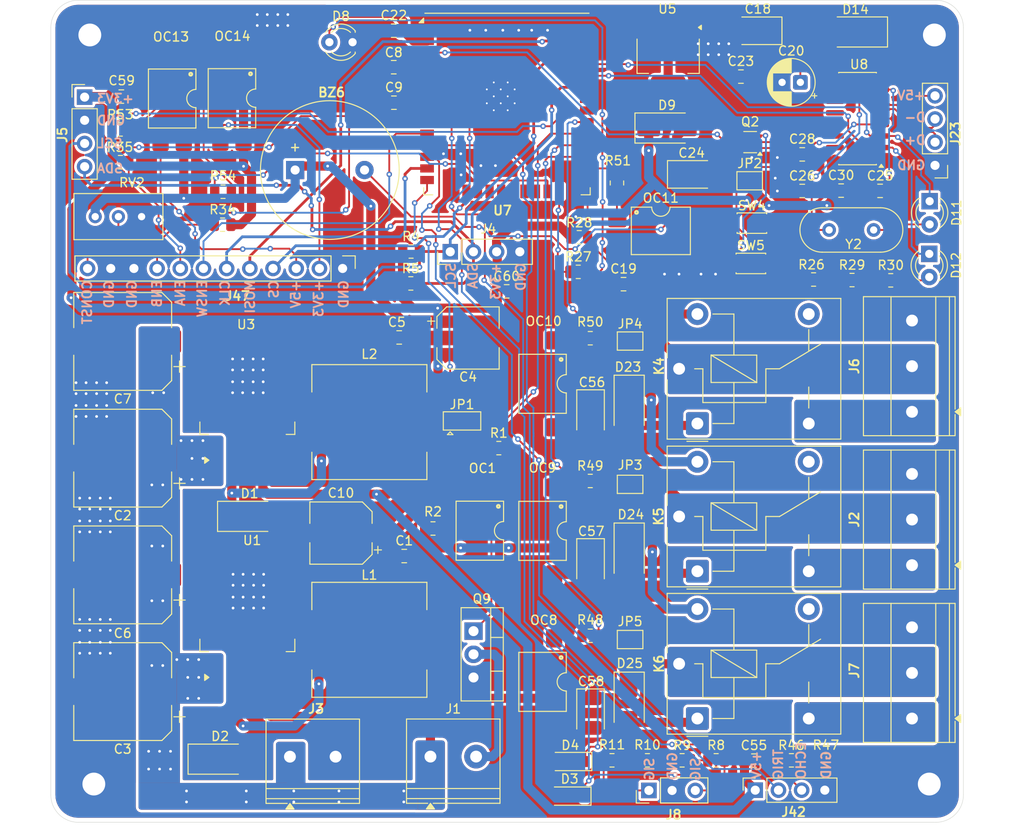
<source format=kicad_pcb>
(kicad_pcb (version 20241229) (generator "pcbnew") (generator_version "9.0")
  (layers (0 "F.Cu" signal) (2 "B.Cu" signal) (13 "F.Paste" user) (15 "B.Paste" user) (5 "F.SilkS" user "F.Silkscreen") (7 "B.SilkS" user "B.Silkscreen") (1 "F.Mask" user) (3 "B.Mask" user) (25 "Edge.Cuts" user))
  (net 0 "")
  (net 1 "+5V")
  (net 2 "Net-(BZ6--)")
  (net 3 "GND")
  (net 4 "+3.3V")
  (net 5 "VCC")
  (net 6 "/BATT_LEVEL")
  (net 7 "/SOLAR_LEVEL")
  (net 8 "Net-(D14-K)")
  (net 9 "/EN")
  (net 10 "Net-(D9-A)")
  (net 11 "Net-(U8-Xi)")
  (net 12 "Net-(U8-Xo)")
  (net 13 "Net-(JP2-A)")
  (net 14 "Net-(D23-A)")
  (net 15 "Net-(D24-A)")
  (net 16 "Net-(D25-A)")
  (net 17 "Net-(D1-K)")
  (net 18 "Net-(D2-K)")
  (net 19 "Net-(D8-A)")
  (net 20 "Net-(D11-A)")
  (net 21 "/GPIO1{slash}TX")
  (net 22 "/GPIO3{slash}RX")
  (net 23 "Net-(D12-A)")
  (net 24 "Net-(Q9-C)")
  (net 25 "/SCL")
  (net 26 "/SDA")
  (net 27 "Net-(J8-Pad3)")
  (net 28 "Net-(J8-Pad1)")
  (net 29 "/+")
  (net 30 "/-")
  (net 31 "/TRIG")
  (net 32 "Net-(J42-Pin_3)")
  (net 33 "Net-(J47-Pin_3)")
  (net 34 "/ENCODER_A")
  (net 35 "/GPIO14{slash}CLK")
  (net 36 "/ENCODER_B")
  (net 37 "Net-(J47-Pin_2)")
  (net 38 "/GPIO23{slash}MOSI")
  (net 39 "Net-(J47-Pin_12)")
  (net 40 "/ENCODER_SW")
  (net 41 "/GPIO13{slash}CS")
  (net 42 "/GPIO12")
  (net 43 "Net-(JP1-C)")
  (net 44 "/GPIO5")
  (net 48 "Net-(OC1-Pad1)")
  (net 49 "Net-(Q9-B)")
  (net 50 "Net-(OC8-Pad1)")
  (net 51 "Net-(OC9-Pad1)")
  (net 52 "Net-(OC10-Pad1)")
  (net 53 "Net-(OC11-Pad1)")
  (net 54 "Net-(OC13-Pad1)")
  (net 55 "Net-(OC14-Pad1)")
  (net 56 "/DTR")
  (net 57 "/GPIO0")
  (net 58 "/RTS")
  (net 59 "/GPIO2")
  (net 60 "/ECHO")
  (net 61 "/HEATER")
  (net 62 "/SPINNER")
  (net 63 "/HUMIDIFIER")
  (net 64 "/BUZZER")
  (net 65 "/GPIO19")
  (net 66 "/GPIO15")
  (net 70 "/GPIO36")
  (net 71 "/GPIO39")
  (net 81 "Net-(J2-Pad1)")
  (net 82 "Net-(J6-Pad1)")
  (net 83 "Net-(J7-Pad1)")
  (net 84 "/B")
  (net 85 "/C")
  (net 86 "/A")
  (footprint "Resistor_SMD:R_0805_2012Metric" (layer "F.Cu") (at 162.8175 138.99)
    (property "Reference" "R8")
    (property "Value" "NS")
  )
  (footprint "Resistor_SMD:R_0805_2012Metric" (layer "F.Cu") (at 129.4 83.22)
    (property "Reference" "R4")
    (property "Value" "10k")
  )
  (footprint "PCM_Package_DIP_AKL:SMDIP-4_W9.53mm" (layer "F.Cu") (at 143.8 113.84 -90)
    (property "Reference" "OC9")
    (property "Value" "PC817XI" (hide yes))
  )
  (footprint "Jumper:SolderJumper-2_P1.3mm_Open_Pad1.0x1.5mm" (layer "F.Cu") (at 166.49 75.47)
    (property "Reference" "JP2")
    (property "Value" "~")
  )
  (footprint "LED_THT:LED_D3.0mm" (layer "F.Cu") (at 122.99 60.28 180)
    (property "Reference" "D8")
    (property "Value" "Red")
  )
  (footprint "RF_Module:ESP32-WROOM-32" (layer "F.Cu") (at 139.9 67.125)
    (property "Reference" "U7")
    (property "Value" "ESP32-WROOM")
  )
  (footprint "Capacitor_SMD:C_0805_2012Metric_Pad1.18x1.45mm_HandSolder" (layer "F.Cu") (at 128.65 116.6 180)
    (property "Reference" "C1")
    (property "Value" "100nF")
  )
  (footprint "Potentiometer_THT:Potentiometer_Bourns_3296W_Vertical" (layer "F.Cu") (at 94.8 79.4 180)
    (property "Reference" "RV2")
    (property "Value" "10K")
  )
  (footprint "Jumper:SolderJumper-2_P1.3mm_Open_Pad1.0x1.5mm" (layer "F.Cu") (at 153.39 93.035 180)
    (property "Reference" "JP4")
    (property "Value" "~")
  )
  (footprint "PCM_Package_DIP_AKL:SMDIP-4_W9.53mm" (layer "F.Cu") (at 136.93 113.82 -90)
    (property "Reference" "OC1")
    (property "Value" "PC817XI" (hide yes))
  )
  (footprint "Package_SO:SOIC-16_3.9x9.9mm_P1.27mm" (layer "F.Cu") (at 178.305 68.655 180)
    (property "Reference" "U8")
    (property "Value" "CH340C")
  )
  (footprint "Resistor_SMD:R_0805_2012Metric" (layer "F.Cu") (at 155.2875 138.99 180)
    (property "Reference" "R10")
    (property "Value" "NS")
  )
  (footprint "TerminalBlock_Phoenix:TerminalBlock_Phoenix_MKDS-1,5-3_1x03_P5.00mm_Horizontal" (layer "F.Cu") (at 184.27 100.79 90)
    (property "Reference" "J6")
    (property "Value" "HUMIDIFIER")
  )
  (footprint "Jumper:SolderJumper-2_P1.3mm_Open_Pad1.0x1.5mm" (layer "F.Cu") (at 153.39 125.75 180)
    (property "Reference" "JP5")
    (property "Value" "~")
  )
  (footprint "Diode_SMD:D_SOD-123" (layer "F.Cu") (at 146.7475 142.91 180)
    (property "Reference" "D3")
    (property "Value" "3.3V")
  )
  (footprint "PCM_Package_DIP_AKL:SMDIP-4_W9.53mm" (layer "F.Cu") (at 103.23 66.455 -90)
    (property "Reference" "OC13")
    (property "Value" "PC817" (hide yes))
  )
  (footprint "MountingHole:MountingHole_2.5mm_Pad" (layer "F.Cu") (at 94.65 141.59)
    (property "Reference" "REF**" (hide yes))
    (property "Value" "MountingHole_2.5mm_Pad")
  )
  (footprint "Crystal:Crystal_HC49-4H_Vertical" (layer "F.Cu") (at 175.19 80.86)
    (property "Reference" "Y2")
    (property "Value" "12MHz")
  )
  (footprint "Resistor_SMD:R_0805_2012Metric" (layer "F.Cu") (at 139.01 104.77)
    (property "Reference" "R1")
    (property "Value" "10k")
  )
  (footprint "Capacitor_Tantalum_SMD:CP_EIA-3528-21_Kemet-B_HandSolder" (layer "F.Cu") (at 149.0575 101.025 -90)
    (property "Reference" "C56")
    (property "Value" "10uF")
  )
  (footprint "LED_THT:LED_D3.0mm" (layer "F.Cu") (at 186.2 77.71 -90)
    (property "Reference" "D11")
    (property "Value" "Red")
  )
  (footprint "Package_TO_SOT_SMD:SOT-363_SC-70-6" (layer "F.Cu") (at 166.54 71.23 180)
    (property "Reference" "Q2")
    (property "Value" "UMH3N")
  )
  (footprint "Diode_SMD:D_SMA" (layer "F.Cu") (at 108.4825 138.86)
    (property "Reference" "D2")
    (property "Value" "1N5824")
  )
  (footprint "Capacitor_SMD:C_0805_2012Metric_Pad1.18x1.45mm_HandSolder" (layer "F.Cu") (at 127.52 66.91)
    (property "Reference" "C9")
    (property "Value" "100nF")
  )
  (footprint "Capacitor_SMD:CP_Elec_10x12.5" (layer "F.Cu") (at 97.81 93.076667 180)
    (property "Reference" "C7")
    (property "Value" "680uF_35V")
  )
  (footprint "TerminalBlock_Phoenix:TerminalBlock_Phoenix_MKDS-1,5-3_1x03_P5.00mm_Horizontal" (layer "F.Cu") (at 184.27 134.41 90)
    (property "Reference" "J7")
    (property "Value" "HEATER")
  )
  (footprint "PCM_Package_DIP_AKL:SMDIP-4_W9.53mm" (layer "F.Cu") (at 143.8 130.39 -90)
    (property "Reference" "OC8")
    (property "Value" "PC817XI" (hide yes))
  )
  (footprint "Capacitor_SMD:CP_Elec_10x12.5" (layer "F.Cu") (at 97.81 105.87 180)
    (property "Reference" "C2")
    (property "Value" "680uF_35V")
  )
  (footprint "Resistor_SMD:R_0805_2012Metric" (layer "F.Cu") (at 147.71 85.45)
    (property "Reference" "R27")
    (property "Value" "330R")
  )
  (footprint "Package_TO_SOT_SMD:SOT-223-3_TabPin2" (layer "F.Cu") (at 157.56 61.79 -90)
    (property "Reference" "U5")
    (property "Value" "AMS1117-3.3")
  )
  (footprint "Capacitor_SMD:C_0805_2012Metric_Pad1.18x1.45mm_HandSolder" (layer "F.Cu") (at 127.5075 59.02)
    (property "Reference" "C22")
    (property "Value" "100nF")
  )
  (footprint "MountingHole:MountingHole_2.5mm_Pad" (layer "F.Cu") (at 186.16 141.59)
    (property "Reference" "REF**" (hide yes))
    (property "Value" "MountingHole_2.5mm_Pad")
  )
  (footprint "Capacitor_SMD:C_0805_2012Metric_Pad1.18x1.45mm_HandSolder" (layer "F.Cu") (at 165.53 64.05)
    (property "Reference" "C23")
    (property "Value" "100nF")
  )
  (footprint "Package_TO_SOT_SMD:TO-263-5_TabPin6" (layer "F.Cu") (at 111.465 122.25 90)
    (property "Reference" "U1")
    (property "Value" "LM2596S-3.3V")
  )
  (footprint "TerminalBlock_Phoenix:TerminalBlock_Phoenix_PT-1,5-2-5.0-H_1x02_P5.00mm_Horizontal" (layer "F.Cu") (at 131.52 138.58)
    (property "Reference" "J1")
    (property "Value" "FAN")
  )
  (footprint "Buzzer_Beeper:Buzzer_15x7.5RM7.6" (layer "F.Cu") (at 116.7 74.29)
    (property "Reference" "BZ6")
    (property "Value" "Buzzer")
  )
  (footprint "Resistor_SMD:R_0805_2012Metric" (layer "F.Cu") (at 97.56 73.43)
    (property "Reference" "R35")
    (property "Value" "10k")
  )
  (footprint "PCM_Package_DIP_AKL:SMDIP-4_W9.53mm" (layer "F.Cu") (at 156.7575 80.96)
    (property "Reference" "OC11")
    (property "Value" "PC817XI" (hide yes))
  )
  (footprint "Resistor_SMD:R_0805_2012Metric" (layer "F.Cu") (at 108.8025 76.67 180)
    (property "Reference" "R54")
    (property "Value" "150R")
  )
  (footprint "Capacitor_SMD:CP_Elec_6.3x7.7" (layer "F.Cu") (at 121.72 114.08 180)
    (property "Reference" "C10")
    (property "Value" "220uF_16V")
  )
  (footprint "Inductor_SMD:L_12x12mm_H6mm" (layer "F.Cu") (at 124.83 101.92)
    (property "Reference" "L2")
    (property "Value" "33uH")
  )
  (footprint "Capacitor_SMD:C_0805_2012Metric_Pad1.18x1.45mm_HandSolder" (layer "F.Cu") (at 172.245 76.585 180)
    (property "Reference" "C26")
    (property "Value" "22pF")
  )
  (footprint "Connector_PinSocket_2.54mm:PinSocket_1x04_P2.54mm_Vertical" (layer "F.Cu") (at 167.1 142.26 90)
    (property "Reference" "J42")
    (property "Value" "Ultra Sonic")
  )
  (footprint "Capacitor_THT:CP_Radial_D5.0mm_P2.00mm" (layer "F.Cu") (at 172.04 64.68 180)
    (property "Reference" "C20")
    (property "Value" "10uF_16V")
  )
  (footprint "Jumper:SolderJumper-3_P1.3mm_Open_Pad1.0x1.5mm" (layer "F.Cu") (at 134.98 101.79)
    (property "Reference" "JP1")
    (property "Value" "SolderJumper_3_Open")
  )
  (footprint "Capacitor_SMD:C_0805_2012Metric_Pad1.18x1.45mm_HandSolder" (layer "F.Cu") (at 166.9575 139.02 180)
    (property "Reference" "C55")
    (property "Value" "100nF")
  )
  (footprint "Connector_PinHeader_2.54mm:PinHeader_1x04_P2.54mm_Vertical" (layer "F.Cu") (at 133.69 83.25 90)
    (property "Reference" "J4")
    (property "Value" "RTC")
  )
  (footprint "Package_TO_SOT_SMD:TO-263-5_TabPin6" (layer "F.Cu") (at 111.465 98.445 90)
    (property "Reference" "U3")
    (property "Value" "LM2596S-5V")
  )
  (footprint "Relay_THT:Relay_SPDT_Finder_36.11" (layer "F.Cu") (at 160.76 102.075 90)
    (property "Reference" "K4")
    (property "Value" "RELAY")
  )
  (footprint "Capacitor_SMD:C_0805_2012Metric_Pad1.18x1.45mm_HandSolder" (layer "F.Cu") (at 97.66 66.24 180)
    (property "Reference" "C59")
    (property "Value" "100nF")
  )
  (footprint "TerminalBlock_Phoenix:TerminalBlock_Phoenix_MKDS-1,5-3_1x03_P5.00mm_Horizontal" (layer "F.Cu") (at 184.27 117.6 90)
    (property "Reference" "J2")
    (property "Value" "SPINNER")
  )
  (footprint "Capacitor_SMD:CP_Elec_10x12.5" (layer "F.Cu") (at 97.81 118.663334 180)
    (property "Reference" "C6")
    (property "Value" "680uF_35V")
  )
  (footprint "PCM_Package_DIP_AKL:SMDIP-4_W9.53mm" (layer "F.Cu") (at 109.78 66.415 -90)
    (property "Reference" "OC14")
    (property "Value" "PC817" (hide yes))
  )
  (footprint "Resistor_SMD:R_0805_2012Metric" (layer "F.Cu") (at 171.06 138.99)
    (property "Reference" "R46")
    (property "Value" "1k")
  )
  (footprint "Package_TO_SOT_THT:TO-220-3_Vertical" (layer "F.Cu") (at 136.24 124.83 -90)
    (property "Reference" "Q9")
    (property "Value" "TIP41")
  )
  (footprint "Capacitor_Tantalum_SMD:CP_EIA-3528-21_Kemet-B_HandSolder" (layer "F.Cu") (at 149.0575 133.81 -90)
    (property "Reference" "C58")
    (property "Value" "10uF")
  )
  (footprint "Connector_PinHeader_2.54mm:PinHeader_1x03_P2.54mm_Vertical" (layer "F.Cu") (at 155.45 142.29 90)
    (property "Reference" "J8")
    (property "Value" "LEVELS")
  )
  (footprint "Capacitor_SMD:C_0805_2012Metric_Pad1.18x1.45mm_HandSolder" (layer "F.Cu") (at 180.775 76.575 180)
    (property "Reference" "C25")
    (property "Value" "22pF")
  )
  (footprint "Capacitor_Tantalum_SMD:CP_EIA-3528-21_Kemet-B_HandSolder" (layer "F.Cu") (at 160.13 74.77)
    (property "Reference" "C24")
    (property "Value" "4.7uF/16V")
  )
  (footprint "Diode_SMD:D_SMA" (layer "F.Cu") (at 153.29 116.49 -90)
    (property "Reference" "D24")
    (property "Value" "1N4007")
  )
  (footprint "Inductor_SMD:L_12x12mm_H6mm" (layer "F.Cu") (at 124.83 125.78)
    (property "Reference" "L1")
    (property "Value" "33uH")
  )
  (footprint "Resistor_SMD:R_0805_2012Metric" (layer "F.Cu") (at 149.0275 92.725 180)
    (property "Reference" "R50")
    (property "Value" "10k")
  )
  (footprint "Resistor_SMD:R_0805_2012Metric" (layer "F.Cu") (at 173.49 86.29)
    (property "Reference" "R26")
    (property "Value" "10k")
  )
  (footprint "Resistor_SMD:R_0805_2012Metric" (layer "F.Cu") (at 97.55 69.84 180)
    (property "Reference" "R53")
    (property "Value" "150R")
  )
  (footprint "Capacitor_SMD:C_0805_2012Metric_Pad1.18x1.45mm_HandSolder" (layer "F.Cu") (at 127.5 63.02 180)
    (property "Reference" "C8")
    (property "Value" "100nF")
  )
  (footprint "Capacitor_Tantalum_SMD:CP_EIA-3528-21_Kemet-B_HandSolder" (layer "F.Cu") (at 167.38 59.03 180)
    (property "Reference" "C18")
    (property "Value" "4.7uF/16V")
  )
  (footprint "Diode_SMD:D_SMA" (layer "F.Cu") (at 153.29 132.83 -90)
    (property "Reference" "D25")
    (property "Value" "1N4007")
  )
  (footprint "Button_Switch_SMD:SW_SPST_CK_KXT3" (layer "F.Cu") (at 166.62 84.53 180)
    (property "Reference" "SW5")
    (property "Value" "FLASH")
  )
  (footprint "Capacitor_SMD:C_0805_2012Metric_Pad1.18x1.45mm_HandSolder" (layer "F.Cu") (at 152.67 86.8)
    (property "Reference" "C19")
    (property "Value" "470nF")
  )
  (footprint "LED_THT:LED_D3.0mm" (layer "F.Cu") (at 186.16 83.48 -90)
    (property "Reference" "D12")
    (property "Value" "Green")
  )
  (footprint "Relay_THT:Relay_SPDT_Finder_36.11" (layer "F.Cu") (at 160.76 134.4075 90)
    (property "Reference" "K6")
    (property "Value" "RELAY")
  )
  (footprint "Resistor_SMD:R_0805_2012Metric" (layer "F.Cu") (at 131.8 113.58 180)
    (property "Reference" "R2")
    (property "Value" "47k")
  )
  (footprint "Resistor_SMD:R_0805_2012Metric" (layer "F.Cu") (at 159.0875 138.99)
    (property "Reference" "R9")
    (property "Value" "NS")
  )
  (footprint "Capacitor_SMD:C_0805_2012Metric_Pad1.18x1.45mm_HandSolder" (layer "F.Cu") (at 176.505 76.545)
    (property "Reference" "C30")
    (property "Value" "100nF")
  )
  (footprint "Jumper:SolderJumper-2_P1.3mm_Open_Pad1.0x1.5mm" (layer "F.Cu") (at 153.39 108.74 180)
    (property "Reference" "JP3")
    (property "Value" "~")
  )
  (footprint "TerminalBlock_Phoenix:TerminalBlock_Phoenix_PT-1,5-2-5.0-H_1x02_P5.00mm_Horizontal" (layer "F.Cu") (at 116.13 138.59)
    (property "Reference" "J3")
    (property "Value" "BMS")
  )
  (footprint "Capacitor_SMD:C_0805_2012Metric_Pad1.18x1.45mm_HandSolder" (layer "F.Cu") (at 128.0975 92.64)
    (property "Reference" "C5")
    (property "Value" "100nF")
  )
  (footprint "Resistor_SMD:R_0805_2012Metric" (layer "F.Cu") (at 147.82 81.66 180)
    (property "Reference" "R28")
    (property "Value" "10k")
  )
  (footprint "Diode_SMD:D_SOD-123" (layer "F.Cu") (at 146.8375 139.12 180)
    (property "Reference" "D4")
    (property "Value" "3.3V")
  )
  (footprint "Resistor_SMD:R_0805_2012Metric" (layer "F.Cu") (at 181.94 86.38)
    (property "Reference" "R30")
    (property "Value" "330R")
  )
  (footprint "Capacitor_SMD:C_0805_2012Metric_Pad1.18x1.45mm_HandSolder" (layer "F.Cu") (at 139.8725 87.59 180)
    (property "Reference" "C60")
    (property "Value" "100nF")
  )
  (footprint "Resistor_SMD:R_0805_2012Metric" (layer "F.Cu") (at 151.95 75.71 -90)
    (property "Reference" "R51")
    (property "Value" "10k")
  )
  (footprint "Capacitor_Tantalum_SMD:CP_EIA-3528-21_Kemet-B_HandSolder" (layer "F.Cu") (at 149.0575 117.3425 -90)
    (property "Reference" "C57")
    (property "Value" "10uF")
  )
  (footprint "MountingHole:MountingHole_2.5mm_Pad" (layer "F.Cu") (at 94.21 59.49)
    (property "Reference" "REF**" (hide yes))
    (property "Value" "MountingHole_2.5mm_Pad")
  )
  (footprint "Resistor_SMD:R_0805_2012Metric" (layer "F.Cu") (at 151.4075 138.99 180)
    (property "Reference" "R11")
    (property "Value" "NS")
  )
  (footprint "PCM_Package_DIP_AKL:SMDIP-4_W9.53mm" (layer "F.Cu") (at 143.8 97.72 -90)
    (property "Reference" "OC10")
    (property "Value" "PC817XI" (hide yes))
  )
  (footprint "Button_Switch_SMD:SW_SPST_CK_KXT3" (layer "F.Cu") (at 166.73 80.11 180)
    (property "Reference" "SW4")
    (property "Value" "RESET")
  )
  (footprint "Resistor_SMD:R_0805_2012Metric" (layer "F.Cu") (at 177.7 86.35)
    (property "Reference" "R29")
    (property "Value" "330R")
  )
  (footprint "Diode_SMD:D_SMA" (layer "F.Cu") (at 111.71 112.25)
    (property "Reference" "D1")
    (property "Value" "1N5824")
  )
  (footprint "Connector_PinHeader_2.54mm:PinHeader_1x12_P2.54mm_Vertical" (layer "F.Cu") (at 121.9 85.08 -90)
    (property "Reference" "J47")
    (property "Value" "SCREEN")
  )
  (footprint "Capacitor_SMD:CP_Elec_6.3x7.7" (layer "F.Cu") (at 135.64 92.7)
    (property "Reference" "C4")
    (property "Value" "220uF_16V")
  )
  (footprint "Resistor_SMD:R_0805_2012Metric" (layer "F.Cu") (at 108.7525 80.28)
    (property "Reference" "R34")
    (property "Value" "10k")
  )
  (footprint "Diode_SMD:D_SMA" (layer "F.Cu") (at 153.29 100.2875 -90)
    (property "Reference" "D23")
    (property "Value" "1N4007")
  )
  (footprint "Diode_SMD:D_SMA" (layer "F.Cu") (at 157.432387 69.69)
    (property "Reference" "D9")
    (property "Value" "1N5819")
  )
  (footprint "Resistor_SMD:R_0805_2012Metric" (layer "F.Cu") (at 174.84 138.99 180)
    (property "Reference" "R47")
    (property "Value" "2k")
  )
  (footprint "Resistor_SMD:R_0805_2012Metric" (layer "F.Cu") (at 149.0275 108.37)
    (property "Reference" "R49")
    (property "Value" "10k")
  )
  (footprint "Connector_PinHeader_2.54mm:PinHeader_1x04_P2.54mm_Vertical" (layer "F.Cu") (at 186.79 73.78 180)
    (property "Reference" "J23")
    (property "Value" "USB_C Conn")
  )
  (footprint "MountingHole:MountingHole_2.5mm_Pad" (layer "F.Cu") (at 186.72 59.49)
    (property "Reference" "REF**" (hide yes))
    (property "Value" "MountingHole_2.5mm_Pad")
  )
  (footprint "Relay_THT:Relay_SPDT_Finder_36.11" (layer "F.Cu") (at 160.76 118.265 90)
    (property "Reference" "K5")
    (property "Value" "RELAY")
  )
  (footprint "Resistor_SMD:R_0805_2012Metric" (layer "F.Cu") (at 129.3725 86.72 180)
    (property "Reference" "R5")
    (property "Value" "10k")
  )
  (footprint "Resistor_SMD:R_0805_2012Metric" (layer "F.Cu") (at 149.0275 125.34 180)
    (property "Reference" "R48")
    (property "Value" "10k")
  )
  (footprint "Capacitor_SMD:C_0805_2012Metric_Pad1.18x1.45mm_HandSolder" (layer "F.Cu") (at 172.245 72.575)
    (property "Reference" "C28")
    (property "Value" "100nF")
  )
  (footprint "Connector_PinHeader_2.54mm:PinHeader_1x04_P2.54mm_Vertical" (layer "F.Cu") (at 93.64 66.3)
    (property "Reference" "J5")
    (property "Value" "AHT20")
  )
  (footprint "Diode_SMD:D_SMA" (layer "F.Cu") (at 178.0775 59.16 180)
    (property "Reference" "D14")
    (property "Value" "1N5819")
  )
  (footprint "Capacitor_SMD:CP_Elec_10x12.5" (layer "F.Cu") (at 97.81 131.456667 180)
    (property "Reference" "C3")
    (property "Value" "680uF_35V")
  )
  (gr_arc (start 89.94 58.68) (mid 90.81868 56.55868) (end 92.94 55.68) (stroke (width 0.05)) (layer "Edge.Cuts"))
  (gr_arc (start 186.9 55.68) (mid 189.02132 56.55868) (end 189.9 58.68) (stroke (width 0.05)) (layer "Edge.Cuts"))
  (gr_arc (start 92.94 145.78) (mid 90.81868 144.90132) (end 89.94 142.78) (stroke (width 0.05)) (layer "Edge.Cuts"))
  (gr_line (start 92.94 55.68) (end 186.9 55.68) (stroke (width 0.05)) (layer "Edge.Cuts"))
  (gr_line (start 189.9 58.68) (end 189.9 142.78) (stroke (width 0.05)) (layer "Edge.Cuts"))
  (gr_line (start 186.9 145.78) (end 92.94 145.78) (stroke (width 0.05)) (layer "Edge.Cuts"))
  (gr_line (start 89.94 142.78) (end 89.94 58.68) (stroke (width 0.05)) (layer "Edge.Cuts"))
  (gr_arc (start 189.9 142.78) (mid 189.02132 144.90132) (end 186.9 145.78) (stroke (width 0.05)) (layer "Edge.Cuts"))
  (gr_text "+3V3" (at 119.85 86.25 90) (layer "B.SilkS") (effects (font (size 1 1) (thickness 0.2) (bold yes)) (justify left bottom mirror)))
  (gr_text "GND" (at 142 84.35 90) (layer "B.SilkS") (effects (font (size 1 1) (thickness 0.2) (bold yes)) (justify left bottom mirror)))
  (gr_text "D-" (at 185.840476 69.1 0) (layer "B.SilkS") (effects (font (size 1 1) (thickness 0.2) (bold yes)) (justify left bottom mirror)))
  (gr_text "GND" (at 98.185714 69.45 0) (layer "B.SilkS") (effects (font (size 1 1) (thickness 0.2) (bold yes)) (justify left bottom mirror)))
  (gr_text "GND" (at 158.6 137.980952 90) (layer "B.SilkS") (effects (font (size 1 1) (thickness 0.2) (bold yes)) (justify left bottom mirror)))
  (gr_text "CLK" (at 109.6 86.25 90) (layer "B.SilkS") (effects (font (size 1 1) (thickness 0.2) (bold yes)) (justify left bottom mirror)))
  (gr_text "GND" (at 185.840476 74.35 0) (layer "B.SilkS") (effects (font (size 1 1) (thickness 0.2) (bold yes)) (justify left bottom mirror)))
  (gr_text "+5V" (at 117.35 86.25 90) (layer "B.SilkS") (effects (font (size 1 1) (thickness 0.2) (bold yes)) (justify left bottom mirror)))
  (gr_text "D+" (at 185.840476 71.6 0) (layer "B.SilkS") (effects (font (size 1 1) (thickness 0.2) (bold yes)) (justify left bottom mirror)))
  (gr_text "CS" (at 114.95 86.25 90) (layer "B.SilkS") (effects (font (size 1 1) (thickness 0.2) (bold yes)) (justify left bottom mirror)))
  (gr_text "CONST" (at 94.5 86.25 90) (layer "B.SilkS") (effects (font (size 1 1) (thickness 0.2) (bold yes)) (justify left bottom mirror)))
  (gr_text "SCL" (at 97.9 71.95 0) (layer "B.SilkS") (effects (font (size 1 1) (thickness 0.2) (bold yes)) (justify left bottom mirror)))
  (gr_text "GND" (at 96.9 86.25 90) (layer "B.SilkS") (effects (font (size 1 1) (thickness 0.2) (bold yes)) (justify left bottom mirror)))
  (gr_text "+5V" (at 185.840476 66.7 0) (layer "B.SilkS") (effects (font (size 1 1) (thickness 0.2) (bold yes)) (justify left bottom mirror)))
  (gr_text "GND" (at 99.4 86.25 90) (layer "B.SilkS") (effects (font (size 1 1) (thickness 0.2) (bold yes)) (justify left bottom mirror)))
  (gr_text "ENSW" (at 107.1 86.25 90) (layer "B.SilkS") (effects (font (size 1 1) (thickness 0.2) (bold yes)) (justify left bottom mirror)))
  (gr_text "GND" (at 175.45 137.840476 90) (layer "B.SilkS") (effects (font (size 1 1) (thickness 0.2) (bold yes)) (justify left bottom mirror)))
  (gr_text "ENA" (at 104.7 86.25 90) (layer "B.SilkS") (effects (font (size 1 1) (thickness 0.2) (bold yes)) (justify left bottom mirror)))
  (gr_text "SIG" (at 156.1 138.6 90) (layer "B.SilkS") (effects (font (size 1 1) (thickness 0.2) (bold yes)) (justify left bottom mirror)))
  (gr_text "+5V" (at 167.8 137.840476 90) (layer "B.SilkS") (effects (font (size 1 1) (thickness 0.2) (bold yes)) (justify left bottom mirror)))
  (gr_text "GND" (at 122.6 86.25 90) (layer "B.SilkS") (effects (font (size 1 1) (thickness 0.2) (bold yes)) (justify left bottom mirror)))
  (gr_text "SDA" (at 136.75 84.35 90) (layer "B.SilkS") (effects (font (size 1 1) (thickness 0.2) (bold yes)) (justify left bottom mirror)))
  (gr_text "ECHO" (at 172.7 136.888095 90) (layer "B.SilkS") (effects (font (size 1 1) (thickness 0.2) (bold yes)) (justify left bottom mirror)))
  (gr_text "SIG" (at 161.15 138.6 90) (layer "B.SilkS") (effects (font (size 1 1) (thickness 0.2) (bold yes)) (justify left bottom mirror)))
  (gr_text "SCL" (at 134.35 84.35 90) (layer "B.SilkS") (effects (font (size 1 1) (thickness 0.2) (bold yes)) (justify left bottom mirror)))
  (gr_text "+3V3" (at 139.25 84.35 90) (layer "B.SilkS") (effects (font (size 1 1) (thickness 0.2) (bold yes)) (justify left bottom mirror)))
  (gr_text "TRIG" (at 170.2 137.65 90) (layer "B.SilkS") (effects (font (size 1 1) (thickness 0.2) (bold yes)) (justify left bottom mirror)))
  (gr_text "+3V3" (at 99.138095 67.05 0) (layer "B.SilkS") (effects (font (size 1 1) (thickness 0.2) (bold yes)) (justify left bottom mirror)))
  (gr_text "SDA" (at 97.947619 74.7 0) (layer "B.SilkS") (effects (font (size 1 1) (thickness 0.2) (bold yes)) (justify left bottom mirror)))
  (gr_text "MOSI" (at 112.35 86.25 90) (layer "B.SilkS") (effects (font (size 1 1) (thickness 0.2) (bold yes)) (justify left bottom mirror)))
  (gr_text "ENB" (at 102.15 86.25 90) (layer "B.SilkS") (effects (font (size 1 1) (thickness 0.2) (bold yes)) (justify left bottom mirror)))
  (segment (start 113.73 109.82) (end 126.82 109.82) (width 1) (layer "F.Cu") (net 1))
  (segment (start 120.26 73.86) (end 117.13 73.86) (width 1) (layer "F.Cu") (net 1))
  (segment (start 113.165 109.255) (end 113.73 109.82) (width 1) (layer "F.Cu") (net 1))
  (segment (start 117.13 73.86) (end 116.7 74.29) (width 1) (layer "F.Cu") (net 1))
  (segment (start 129.78 106.86) (end 129.78 101.92) (width 1) (layer "F.Cu") (net 1))
  (segment (start 124.99 87.37) (end 129.135 91.515) (width 1) (layer "F.Cu") (net 1))
  (segment (start 126.82 109.82) (end 129.78 106.86) (width 1) (layer "F.Cu") (net 1))
  (segment (start 129.78 93.285) (end 129.135 92.64) (width 1) (layer "F.Cu") (net 1))
  (segment (start 129.135 92.64) (end 132.88 92.64) (width 1) (layer "F.Cu") (net 1))
  (segment (start 129.135 91.515) (end 129.135 92.64) (width 1) (layer "F.Cu") (net 1))
  (segment (start 124.99 78.25) (end 124.99 87.37) (width 1) (layer "F.Cu") (net 1))
  (segment (start 104.5 71.22) (end 104.5 77.39) (width 1) (layer "F.Cu") (net 1))
  (segment (start 165.92 141.08) (end 167.1 142.26) (width 1) (layer "F.Cu") (net 1))
  (segment (start 113.165 106.095) (end 113.165 109.255) (width 1) (layer "F.Cu") (net 1))
  (segment (start 129.78 101.92) (end 129.78 93.285) (width 1) (layer "F.Cu") (net 1))
  (segment (start 165.92 139.02) (end 165.92 141.08) (width 1) (layer "F.Cu") (net 1))
  (segment (start 132.88 92.64) (end 132.94 92.7) (width 1) (layer "F.Cu") (net 1))
  (via (at 104.5 77.39) (size 1) (drill 0.3) (layers "F.Cu" "B.Cu") (net 1))
  (via (at 125.61 109.82) (size 1) (drill 0.3) (layers "F.Cu" "B.Cu") (net 1))
  (via (at 124.99 78.25) (size 1) (drill 0.3) (layers "F.Cu" "B.Cu") (net 1))
  (via (at 120.26 73.86) (size 1) (drill 0.3) (layers "F.Cu" "B.Cu") (net 1))
  (segment (start 164.93 144.43) (end 167.1 142.26) (width 1) (layer "B.Cu") (net 1))
  (segment (start 125.61 109.82) (end 125.66 109.82) (width 1) (layer "B.Cu") (net 1))
  (segment (start 94.8 79.4) (end 94.8 78.47) (width 1) (layer "B.Cu") (net 1))
  (segment (start 115.6 77.39) (end 116.7 76.29) (width 1) (layer "B.Cu") (net 1))
  (segment (start 120.64 73.86) (end 124.99 78.21) (width 1) (layer "B.Cu") (net 1))
  (segment (start 120.26 73.86) (end 120.64 73.86) (width 1) (layer "B.Cu") (net 1))
  (segment (start 124.99 78.21) (end 124.99 78.25) (width 1) (layer "B.Cu") (net 1))
  (segment (start 104.5 77.39) (end 115.6 77.39) (width 1) (layer "B.Cu") (net 1))
  (segment (start 116.7 76.29) (end 116.7 74.29) (width 1) (layer "B.Cu") (net 1))
  (segment (start 95.88 77.39) (end 104.5 77.39) (width 1) (layer "B.Cu") (net 1))
  (segment (start 142.19 141.88) (end 144.74 144.43) (width 1) (layer "B.Cu") (net 1))
  (segment (start 94.8 78.47) (end 95.88 77.39) (width 1) (layer "B.Cu") (net 1))
  (segment (start 142.19 126.35) (end 142.19 141.88) (width 1) (layer "B.Cu") (net 1))
  (segment (start 125.66 109.82) (end 142.19 126.35) (width 1) (layer "B.Cu") (net 1))
  (segment (start 144.74 144.43) (end 164.93 144.43) (width 1) (layer "B.Cu") (net 1))
  (segment (start 135.250122 80.53) (end 134.120122 79.4) (width 0.2) (layer "F.Cu") (net 2))
  (segment (start 146.259943 82.95) (end 144.849943 81.54) (width 0.2) (layer "F.Cu") (net 2))
  (segment (start 136.84 80.53) (end 135.250122 80.53) (width 0.2) (layer "F.Cu") (net 2))
  (segment (start 144.849943 81.54) (end 141.11 81.54) (width 0.2) (layer "F.Cu") (net 2))
  (segment (start 147.37 82.95) (end 146.259943 82.95) (width 0.2) (layer "F.Cu") (net 2))
  (segment (start 129.41 79.4) (end 124.3 74.29) (width 0.2) (layer "F.Cu") (net 2))
  (segment (start 161.5225 79.69) (end 157.88 79.69) (width 0.2) (layer "F.Cu") (net 2))
  (segment (start 157.88 79.69) (end 156.77 80.8) (width 0.2) (layer "F.Cu") (net 2))
  (segment (start 134.120122 79.4) (end 129.41 79.4) (width 0.2) (layer "F.Cu") (net 2))
  (via (at 136.84 80.53) (size 0.6) (drill 0.3) (layers "F.Cu" "B.Cu") (net 2))
  (via (at 156.77 80.8) (size 0.6) (drill 0.3) (layers "F.Cu" "B.Cu") (net 2))
  (via (at 147.37 82.95) (size 0.6) (drill 0.3) (layers "F.Cu" "B.Cu") (net 2))
  (via (at 141.11 81.54) (size 0.6) (drill 0.3) (layers "F.Cu" "B.Cu") (net 2))
  (segment (start 149.52 80.8) (end 147.37 82.95) (width 0.2) (layer "B.Cu") (net 2))
  (segment (start 138.12 81.54) (end 141.11 81.54) (width 0.2) (layer "B.Cu") (net 2))
  (segment (start 136.84 80.53) (end 137.11 80.53) (width 0.2) (layer "B.Cu") (net 2))
  (segment (start 137.11 80.53) (end 138.12 81.54) (width 0.2) (layer "B.Cu") (net 2))
  (segment (start 156.77 80.8) (end 149.52 80.8) (width 0.2) (layer "B.Cu") (net 2))
  (via (at 96.45 110.25) (size 1) (drill 0.3) (layers "F.Cu" "B.Cu") (net 3))
  (via (at 112.15 122.3) (size 1) (drill 0.3) (layers "F.Cu" "B.Cu") (net 3))
  (via (at 93.8 97.6) (size 1) (drill 0.3) (layers "F.Cu" "B.Cu") (net 3))
  (via (at 93.1 127.25) (size 1) (drill 0.3) (layers "F.Cu" "B.Cu") (net 3))
  (via (at 139.45 58.97) (size 1) (drill 0.3) (layers "F.Cu" "B.Cu") (net 3))
  (via (at 111 122.3) (size 1) (drill 0.3) (layers "F.Cu" "B.Cu") (net 3))
  (via (at 109.85 97.5) (size 1) (drill 0.3) (layers "F.Cu" "B.Cu") (net 3))
  (via (at 93.1 110.25) (size 1) (drill 0.3) (layers "F.Cu" "B.Cu") (net 3))
  (via (at 109.9 119.8) (size 1) (drill 0.3) (layers "F.Cu" "B.Cu") (net 3))
  (via (at 112.55 57.25) (size 1) (drill 0.3) (layers "F.Cu" "B.Cu") (net 3))
  (via (at 94.95 97.6) (size 1) (drill 0.3) (layers "F.Cu" "B.Cu") (net 3))
  (via (at 144.35 58.97) (size 1) (drill 0.3) (layers "F.Cu" "B.Cu") (net 3))
  (via (at 113.65 58.45) (size 1) (drill 0.3) (layers "F.Cu" "B.Cu") (net 3))
  (via (at 92.7 100.1) (size 1) (drill 0.3) (layers "F.Cu" "B.Cu") (net 3))
  (via (at 164.2 61.65) (size 1) (drill 0.3) (layers "F.Cu" "B.Cu") (net 3))
  (via (at 164.2 60.45) (size 1) (drill 0.3) (layers "F.Cu" "B.Cu") (net 3))
  (via (at 94.2 112.75) (size 1) (drill 0.3) (layers "F.Cu" "B.Cu") (net 3))
  (via (at 115.9 58.45) (size 1) (drill 0.3) (layers "F.Cu" "B.Cu") (net 3))
  (via (at 111 119.8) (size 1) (drill 0.3) (layers "F.Cu" "B.Cu") (net 3))
  (via (at 113.2 95) (size 1) (drill 0.3) (layers "F.Cu" "B.Cu") (net 3))
  (via (at 94.2 113.95) (size 1) (drill 0.3) (layers "F.Cu" "B.Cu") (net 3))
  (via (at 96.05 97.6) (size 1) (drill 0.3) (layers "F.Cu" "B.Cu") (net 3))
  (via (at 115.9 57.25) (size 1) (drill 0.3) (layers "F.Cu" "B.Cu") (net 3))
  (via (at 93.1 126.05) (size 1) (drill 0.3) (layers "F.Cu" "B.Cu") (net 3))
  (via (at 94.95 98.8) (size 1) (drill 0.3) (layers "F.Cu" "B.Cu") (net 3))
  (via (at 112.55 58.45) (size 1) (drill 0.3) (layers "F.Cu" "B.Cu") (net 3))
  (via (at 113.25 119.8) (size 1) (drill 0.3) (layers "F.Cu" "B.Cu") (net 3))
  (via (at 112.1 95) (size 1) (drill 0.3) (layers "F.Cu" "B.Cu") (net 3))
  (via (at 134.84 72.51) (size 1) (drill 0.3) (layers "F.Cu" "B.Cu") (net 3))
  (via (at 112.15 121.1) (size 1) (drill 0.3) (layers "F.Cu" "B.Cu") (net 3))
  (via (at 112.1 98.7) (size 1) (drill 0.3) (layers "F.Cu" "B.Cu") (net 3))
  (via (at 113.25 122.3) (size 1) (drill 0.3) (layers "F.Cu" "B.Cu") (net 3))
  (via (at 93.1 112.75) (size 1) (drill 0.3) (layers "F.Cu" "B.Cu") (net 3))
  (via (at 93.1 111.45) (size 1) (drill 0.3) (layers "F.Cu" "B.Cu") (net 3))
  (via (at 95.35 126.05) (size 1) (drill 0.3) (layers "F.Cu" "B.Cu") (net 3))
  (via (at 95.35 127.25) (size 1) (drill 0.3) (layers "F.Cu" "B.Cu") (net 3))
  (via (at 160.85 60.45) (size 1) (drill 0.3) (layers "F.Cu" "B.Cu") (net 3))
  (via (at 96.45 111.45) (size 1) (drill 0.3) (layers "F.Cu" "B.Cu") (net 3))
  (via (at 109.85 96.2) (size 1) (drill 0.3) (layers "F.Cu" "B.Cu") (net 3))
  (via (at 109.9 122.3) (size 1) (drill 0.3) (layers "F.Cu" "B.Cu") (net 3))
  (via (at 96.05 101.3) (size 1) (drill 0.3) (layers "F.Cu" "B.Cu") (net 3))
  (via (at 93.1 123.55) (size 1) (drill 0.3) (layers "F.Cu" "B.Cu") (net 3))
  (via (at 94.95 101.3) (size 1) (drill 0.3) (layers "F.Cu" "B.Cu") (net 3))
  (via (at 169.29 75.18) (size 1) (drill 0.3) (layers "F.Cu" "B.Cu") (net 3))
  (via (at 163.1 61.65) (size 1) (drill 0.3) (layers "F.Cu" "B.Cu") (net 3))
  (via (at 158.75 85.7) (size 1) (drill 0.3) (layers "F.Cu" "B.Cu") (net 3))
  (via (at 93.8 100.1) (size 1) (drill 0.3) (layers "F.Cu" "B.Cu") (net 3))
  (via (at 163.1 60.45) (size 1) (drill 0.3) (layers "F.Cu" "B.Cu") (net 3))
  (via (at 141.19 58.97) (size 1) (drill 0.3) (layers "F.Cu" "B.Cu") (net 3))
  (via (at 132.95 72.51) (size 1) (drill 0.3) (layers "F.Cu" "B.Cu") (net 3))
  (via (at 94.2 126.05) (size 1) (drill 0.3) (layers "F.Cu" "B.Cu") (net 3))
  (via (at 137.58 58.97) (size 1) (drill 0.3) (layers "F.Cu" "B.Cu") (net 3))
  (via (at 93.1 124.75) (size 1) (drill 0.3) (layers "F.Cu" "B.Cu") (net 3))
  (via (at 95.35 123.55) (size 1) (drill 0.3) (layers "F.Cu" "B.Cu") (net 3))
  (via (at 95.35 113.95) (size 1) (drill 0.3) (layers "F.Cu" "B.Cu") (net 3))
  (via (at 138.64 73.81) (size 1) (drill 0.3) (layers "F.Cu" "B.Cu") (net 3))
  (via (at 112.15 119.8) (size 1) (drill 0.3) (layers "F.Cu" "B.Cu") (net 3))
  (via (at 161.16 85.7) (size 1) (drill 0.3) (layers "F.Cu" "B.Cu") (net 3))
  (via (at 110.95 95) (size 1) (drill 0.3) (layers "F.Cu" "B.Cu") (net 3))
  (via (at 94.95 100.1) (size 1) (drill 0.3) (layers "F.Cu" "B.Cu") (net 3))
  (via (at 109.9 118.6) (size 1) (drill 0.3) (layers "F.Cu" "B.Cu") (net 3))
  (via (at 94.2 110.25) (size 1) (drill 0.3) (layers "F.Cu" "B.Cu") (net 3))
  (via (at 109.85 98.7) (size 1) (drill 0.3) (layers "F.Cu" "B.Cu") (net 3))
  (via (at 94.2 124.75) (size 1) (drill 0.3) (layers "F.Cu" "B.Cu") (net 3))
  (via (at 114.8 57.25) (size 1) (drill 0.3) (layers "F.Cu" "B.Cu") (net 3))
  (via (at 93.8 98.8) (size 1) (drill 0.3) (layers "F.Cu" "B.Cu") (net 3))
  (via (at 142.61 58.97) (size 1) (drill 0.3) (layers "F.Cu" "B.Cu") (net 3))
  (via (at 114.8 58.45) (size 1) (drill 0.3) (layers "F.Cu" "B.Cu") (net 3))
  (via (at 166.72 72.92) (size 1) (drill 0.3) (layers "F.Cu" "B.Cu") (net 3))
  (via (at 113.2 98.7) (size 1) (drill 0.3) (layers "F.Cu" "B.Cu") (net 3))
  (via (at 96.45 112.75) (size 1) (drill 0.3) (layers "F.Cu" "B.Cu") (net 3))
  (via (at 112.1 96.2) (size 1) (drill 0.3) (layers "F.Cu" "B.Cu") (net 3))
  (via (at 113.2 97.5) (size 1) (drill 0.3) (layers "F.Cu" "B.Cu") (net 3))
  (via (at 96.05 100.1) (size 1) (drill 0.3) (layers "F.Cu" "B.Cu") (net 3))
  (via (at 95.35 112.75) (size 1) (drill 0.3) (layers "F.Cu" "B.Cu") (net 3))
  (via (at 113.25 118.6) (size 1) (drill 0.3) (layers "F.Cu" "B.Cu") (net 3))
  (via (at 134.88 74.82) (size 1) (drill 0.3) (layers "F.Cu" "B.Cu") (net 3))
  (via (at 110.95 96.2) (size 1) (drill 0.3) (layers "F.Cu" "B.Cu") (net 3))
  (via (at 110.95 98.7) (size 1) (drill 0.3) (layers "F.Cu" "B.Cu") (net 3))
  (via (at 111 118.6) (size 1) (drill 0.3) (layers "F.Cu" "B.Cu") (net 3))
  (via (at 109.9 121.1) (size 1) (drill 0.3) (layers "F.Cu" "B.Cu") (net 3))
  (via (at 95.35 111.45) (size 1) (drill 0.3) (layers "F.Cu" "B.Cu") (net 3))
  (via (at 96.45 124.75) (size 1) (drill 0.3) (layers "F.Cu" "B.Cu") (net 3))
  (via (at 137.05 73.81) (size 1) (drill 0.3) (layers "F.Cu" "B.Cu") (net 3))
  (via (at 113.65 57.25) (size 1) (drill 0.3) (layers "F.Cu" "B.Cu") (net 3))
  (via (at 110.95 97.5) (size 1) (drill 0.3) (layers "F.Cu" "B.Cu") (net 3))
  (via (at 93.1 113.95) (size 1) (drill 0.3) (layers "F.Cu" "B.Cu") (net 3))
  (via (at 109.85 95) (size 1) (drill 0.3) (layers "F.Cu" "B.Cu") (net 3))
  (via (at 92.7 98.8) (size 1) (drill 0.3) (layers "F.Cu" "B.Cu") (net 3))
  (via (at 95.35 110.25) (size 1) (drill 0.3) (layers "F.Cu" "B.Cu") (net 3))
  (via (at 113.2 96.2) (size 1) (drill 0.3) (layers "F.Cu" "B.Cu") (net 3))
  (via (at 111 121.1) (size 1) (drill 0.3) (layers "F.Cu" "B.Cu") (net 3))
  (via (at 161.95 61.65) (size 1) (drill 0.3) (layers "F.Cu" "B.Cu") (net 3))
  (via (at 92.7 97.6) (size 1) (drill 0.3) (layers "F.Cu" "B.Cu") (net 3))
  (via (at 96.05 98.8) (size 1) (drill 0.3) (layers "F.Cu" "B.Cu") (net 3))
  (via (at 112.1 97.5) (size 1) (drill 0.3) (layers "F.Cu" "B.Cu") (net 3))
  (via (at 157.16 85.7) (size 1) (drill 0.3) (layers "F.Cu" "B.Cu") (net 3))
  (via (at 160.85 61.65) (size 1) (drill 0.3) (layers "F.Cu" "B.Cu") (net 3))
  (via (at 96.45 123.55) (size 1) (drill 0.3) (layers "F.Cu" "B.Cu") (net 3))
  (via (at 96.45 127.25) (size 1) (drill 0.3) (layers "F.Cu" "B.Cu") (net 3))
  (via (at 161.95 60.45) (size 1) (drill 0.3) (layers "F.Cu" "B.Cu") (net 3))
  (via (at 169.52 72.92) (size 1) (drill 0.3) (layers "F.Cu" "B.Cu") (net 3))
  (via (at 169.52 76.59) (size 1) (drill 0.3) (layers "F.Cu" "B.Cu") (net 3))
  (via (at 96.45 126.05) (size 1) (drill 0.3) (layers "F.Cu" "B.Cu") (net 3))
  (via (at 112.15 118.6) (size 1) (drill 0.3) (layers "F.Cu" "B.Cu") (net 3))
  (via (at 94.2 123.55) (size 1) (drill 0.3) (layers "F.Cu" "B.Cu") (net 3))
  (via (at 94.2 127.25) (size 1) (drill 0.3) (layers "F.Cu" "B.Cu") (net 3))
  (via (at 93.8 101.3) (size 1) (drill 0.3) (layers "F.Cu" "B.Cu") (net 3))
  (via (at 92.7 101.3) (size 1) (drill 0.3) (layers "F.Cu" "B.Cu") (net 3))
  (via (at 135.84 58.97) (size 1) (drill 0.3) (layers "F.Cu" "B.Cu") (net 3))
  (via (at 96.45 113.95) (size 1) (drill 0.3) (layers "F.Cu" "B.Cu") (net 3))
  (via (at 162.75 85.7) (size 1) (drill 0.3) (layers "F.Cu" "B.Cu") (net 3))
  (via (at 113.25 121.1) (size 1) (drill 0.3) (layers "F.Cu" "B.Cu") (net 3))
  (via (at 94.2 111.45) (size 1) (drill 0.3) (layers "F.Cu" "B.Cu") (net 3))
  (via (at 95.35 124.75) (size 1) (drill 0.3) (layers "F.Cu" "B.Cu") (net 3))
  (segment (start 124.42 114.08) (end 126.51 114.08) (width 1) (layer "F.Cu") (net 4))
  (segment (start 181.0275 87.4225) (end 181.0275 86.38) (width 1) (layer "F.Cu") (net 4))
  (segment (start 109.665 80.28) (end 110.73 80.28) (width 1) (layer "F.Cu") (net 4))
  (segment (start 92.25 88.2) (end 92.25 78.64) (width 1) (layer "F.Cu") (net 4))
  (segment (start 132.31 89.43) (end 138.11 89.43) (width 1) (layer "F.Cu") (net 4))
  (segment (start 128.46 83.2475) (end 128.4875 83.22) (width 1) (layer "F.Cu") (net 4))
  (segment (start 95.29 66.24) (end 93.7 66.24) (width 1) (layer "F.Cu") (net 4))
  (segment (start 128.46 86.72) (end 128.46 88.31) (width 1) (layer "F.Cu") (net 4))
  (segment (start 155.43 69.692387) (end 155.432387 69.69) (width 1) (layer "F.Cu") (net 4))
  (segment (start 174.4025 86.29) (end 176.7275 86.29) (width 1) (layer "F.Cu") (net 4))
  (segment (start 113.165 129.9) (end 113.165 133.285) (width 1) (layer "F.Cu") (net 4))
  (segment (start 130.39 111.22) (end 132.35 109.26) (width 1) (layer "F.Cu") (net 4))
  (segment (start 129.67 60.145) (end 128.545 59.02) (width 1) (layer "F.Cu") (net 4))
  (segment (start 127.67 57.12) (end 128.545 57.995) (width 1) (layer "F.Cu") (net 4))
  (segment (start 111.05 71.18) (end 111.05 66.53) (width 1) (layer "F.Cu") (net 4))
  (segment (start 180.01 88.44) (end 181.0275 87.4225) (width 1) (layer "F.Cu") (net 4))
  (segment (start 175.4675 76.545) (end 175.4675 77.6525) (width 1) (layer "F.Cu") (net 4))
  (segment (start 176.7875 86.35) (end 176.7875 87.6375) (width 1) (layer "F.Cu") (net 4))
  (segment (start 128.545 57.995) (end 128.545 59.02) (width 1) (layer "F.Cu") (net 4))
  (segment (start 167.14 76.71) (end 167.14 75.47) (width 1) (layer "F.Cu") (net 4))
  (segment (start 92.25 78.64) (end 96.6475 74.2425) (width 1) (layer "F.Cu") (net 4))
  (segment (start 177.64 79.44) (end 176.38 78.18) (width 1) (layer "F.Cu") (net 4))
  (segment (start 138.77 83.25) (end 138.77 82.047919) (width 1) (layer "F.Cu") (net 4))
  (segment (start 177.64 83.77) (end 177.64 79.44) (width 1) (layer "F.Cu") (net 4))
  (segment (start 120.46 57.12) (end 127.67 57.12) (width 1) (layer "F.Cu") (net 4))
  (segment (start 111.05 73.88) (end 111.92 74.75) (width 1) (layer "F.Cu") (net 4))
  (segment (start 127.6125 115.1825) (end 127.095 114.665) (width 1) (layer "F.Cu") (net 4))
  (segment (start 175.4675 73.4625) (end 175.83 73.1) (width 1) (layer "F.Cu") (net 4))
  (segment (start 177.59 88.44) (end 180.01 88.44) (width 1) (layer "F.Cu") (net 4))
  (segment (start 129.58 89.43) (end 132.31 89.43) (width 1) (layer "F.Cu") (net 4))
  (segment (start 175.4675 76.545) (end 175.4675 73.4625) (width 1) (layer "F.Cu") (net 4))
  (segment (start 138.835 83.315) (end 138.77 83.25) (width 1) (layer "F.Cu") (net 4))
  (segment (start 138.77 82.047919) (end 140.377919 80.44) (width 1) (layer "F.Cu") (net 4))
  (segment (start 127.095 114.665) (end 127.095 114.515) (width 1) (layer "F.Cu") (net 4))
  (segment (start 131.15 60.145) (end 129.67 60.145) (width 1) (layer "F.Cu") (net 4))
  (segment (start 114.05 134.17) (end 126.2 134.17) (width 1) (layer "F.Cu") (net 4))
  (segment (start 138.835 88.705) (end 138.835 87.59) (width 1) (layer "F.Cu") (net 4))
  (segment (start 155.43 72.16) (end 155.43 69.692387) (width 1) (layer "F.Cu") (net 4))
  (segment (start 127.095 114.515) (end 130.39 111.22) (width 1) (layer "F.Cu") (net 4))
  (segment (start 138.11 89.43) (end 138.835 88.705) (width 1) (layer "F.Cu") (net 4))
  (segment (start 132.35 109.26) (end 132.35 95.79) (width 1) (layer "F.Cu") (net 4))
  (segment (start 127.095 114.665) (end 126.51 114.08) (width 1) (layer "F.Cu") (net 4))
  (segment (start 168.61 78.18) (end 167.14 76.71) (width 1) (layer "F.Cu") (net 4))
  (segment (start 176.7875 86.35) (end 176.7875 84.6225) (width 1) (layer "F.Cu") (net 4))
  (segment (start 176.7875 84.6225) (end 177.64 83.77) (width 1) (layer "F.Cu") (net 4))
  (segment (start 140.377919 80.44) (end 145.6875 80.44) (width 1) (layer "F.Cu") (net 4))
  (segment (start 146.9075 79.9325) (end 146.9075 81.66) (width 1) (layer "F.Cu") (net 4))
  (segment (start 175.4675 77.6525) (end 174.94 78.18) (width 1) (layer "F.Cu") (net 4))
  (segment (start 128.46 86.72) (end 128.46 83.2475) (width 1) (layer "F.Cu") (net 4))
  (segment (start 176.38 78.18) (end 174.94 78.18) (width 1) (layer "F.Cu") (net 4))
  (segment (start 127.6125 116.6) (end 127.6125 123.6125) (width 1) (layer "F.Cu") (net 4))
  (segment (start 96.6475 71.7675) (end 96.62 71.74) (width 1) (layer "F.Cu") (net 4))
  (segment (start 166.24 77.61) (end 166.17 77.61) (width 1) (layer "F.Cu") (net 4))
  (segment (start 110.73 80.28) (end 111.92 79.09) (width 1) (layer "F.Cu") (net 4))
  (segment (start 92.16 88.29) (end 92.25 88.2) (width 1) (layer "F.Cu") (net 4))
  (segment (start 176.7275 86.29) (end 176.7875 86.35) (width 1) (layer "F.Cu") (net 4))
  (segment (start 96.6475 74.2425) (end 96.6475 73.43) (width 1) (layer "F.Cu") (net 4))
  (segment (start 138.835 87.59) (end 138.835 83.315) (width 1) (layer "F.Cu") (net 4))
  (segment (start 96.6475 73.43) (end 96.6475 71.7675) (width 1) (layer "F.Cu") (net 4))
  (segment (start 129.78 130.59) (end 129.78 125.78) (width 1) (layer "F.Cu") (net 4))
  (segment (start 111.92 79.09) (end 111.92 74.75) (width 1) (layer "F.Cu") (net 4))
  (segment (start 93.7 66.24) (end 93.64 66.3) (width 1) (layer "F.Cu") (net 4))
  (segment (start 176.7875 87.6375) (end 177.59 88.44) (width 1) (layer "F.Cu") (net 4))
  (segment (start 128.46 88.31) (end 129.58 89.43) (width 1) (layer "F.Cu") (net 4))
  (segment (start 111.05 66.53) (end 120.46 57.12) (width 1) (layer "F.Cu") (net 4))
  (segment (start 145.6875 80.44) (end 146.9075 81.66) (width 1) (layer "F.Cu") (net 4))
  (segment (start 167.14 76.71) (end 166.24 77.61) (width 1) (layer "F.Cu") (net 4))
  (segment (start 113.165 133.285) (end 114.05 134.17) (width 1) (layer "F.Cu") (net 4))
  (segment (start 127.6125 116.6) (end 127.6125 115.1825) (width 1) (layer "F.Cu") (net 4))
  (segment (start 96.6225 66.24) (end 95.29 66.24) (width 1) (layer "F.Cu") (net 4))
  (segment (start 147.44 79.4) (end 146.9075 79.9325) (width 1) (layer "F.Cu") (net 4))
  (segment (start 111.05 71.18) (end 111.05 73.88) (width 1) (layer "F.Cu") (net 4))
  (segment (start 127.6125 123.6125) (end 129.78 125.78) (width 1) (layer "F.Cu") (net 4))
  (segment (start 126.2 134.17) (end 129.78 130.59) (width 1) (layer "F.Cu") (net 4))
  (via (at 168.61 78.18) (size 1) (drill 0.3) (layers "F.Cu" "B.Cu") (net 4))
  (via (at 155.43 72.16) (size 1) (drill 0.3) (layers "F.Cu" "B.Cu") (net 4))
  (via (at 111.05 73.88) (size 1) (drill 0.3) (layers "F.Cu" "B.Cu") (net 4))
  (via (at 96.62 71.74) (size 1) (drill 0.3) (layers "F.Cu" "B.Cu") (net 4))
  (via (at 92.16 88.29) (size 1) (drill 0.3) (layers "F.Cu" "B.Cu") (net 4))
  (via (at 132.35 95.79) (size 1) (drill 0.3) (layers "F.Cu" "B.Cu") (net 4))
  (via (at 147.44 79.4) (size 1) (drill 0.3) (layers "F.Cu" "B.Cu") (net 4))
  (via (at 174.94 78.18) (size 1) (drill 0.3) (layers "F.Cu" "B.Cu") (net 4))
  (via (at 166.17 77.61) (size 1) (drill 0.3) (layers "F.Cu" "B.Cu") (net 4))
  (via (at 132.31 89.43) (size 1) (drill 0.3) (layers "F.Cu" "B.Cu") (net 4))
  (segment (start 96.62 66.97) (end 95.95 66.3) (width 1) (layer "B.Cu") (net 4))
  (segment (start 166.17 77.61) (end 157.95 77.61) (width 1) (layer "B.Cu") (net 4))
  (segment (start 157.95 77.61) (end 156.05 75.71) (width 1) (layer "B.Cu") (net 4))
  (segment (start 111.03 73.86) (end 111.05 73.88) (width 1) (layer "B.Cu") (net 4))
  (segment (start 132.35 89.47) (end 132.31 89.43) (width 1) (layer "B.Cu") (net 4))
  (segment (start 132.31 89.43) (end 93.3 89.43) (width 1) (layer "B.Cu") (net 4))
  (segment (start 147.44 79.4) (end 147.83 79.01) (width 1) (layer "B.Cu") (net 4))
  (segment (start 155.43 75.09) (end 155.43 72.16) (width 1) (layer "B.Cu") (net 4))
  (segment (start 132.35 95.79) (end 132.35 89.47) (width 1) (layer "B.Cu") (net 4))
  (segment (start 95.95 66.3) (end 93.64 66.3) (width 1) (layer "B.Cu") (net 4))
  (segment (start 96.62 71.74) (end 96.62 66.97) (width 1) (layer "B.Cu") (net 4))
  (segment (start 96.62 71.74) (end 96.62 72.04) (width 1) (layer "B.Cu") (net 4))
  (segment (start 93.3 89.43) (end 92.16 88.29) (width 1) (layer "B.Cu") (net 4))
  (segment (start 152.75 79.01) (end 156.05 75.71) (width 1) (layer "B.Cu") (net 4))
  (segment (start 98.44 73.86) (end 111.03 73.86) (width 1) (layer "B.Cu") (net 4))
  (segment (start 156.05 75.71) (end 155.43 75.09) (width 1) (layer "B.Cu") (net 4))
  (segment (start 168.61 78.18) (end 174.94 78.18) (width 1) (layer "B.Cu") (net 4))
  (segment (start 147.83 79.01) (end 152.75 79.01) (width 1) (layer "B.Cu") (net 4))
  (segment (start 96.62 72.04) (end 98.44 73.86) (width 1) (layer "B.Cu") (net 4))
  (segment (start 149.0575 131.6025) (end 149.0575 132.1825) (width 1) (layer "F.Cu") (net 5))
  (segment (start 130.8875 114.5775) (end 130.8875 113.58) (width 1) (layer "F.Cu") (net 5))
  (segment (start 153.355 106.265) (end 152.74 106.88) (width 1) (layer "F.Cu") (net 5))
  (segment (start 107.84 105.87) (end 108.065 106.095) (width 1) (layer "F.Cu") (net 5))
  (segment (start 150.2825 114.49) (end 149.0575 115.715) (width 1) (layer "F.Cu") (net 5))
  (segment (start 149.0575 99.3975) (end 149.0575 98.7925) (width 1) (layer "F.Cu") (net 5))
  (segment (start 152.74 111.4) (end 153.29 111.95) (width 1) (layer "F.Cu") (net 5))
  (segment (start 152.74 130.28) (end 153.29 130.83) (width 1) (layer "F.Cu") (net 5))
  (segment (start 152.74 97.7375) (end 153.29 98.2875) (width 1) (layer "F.Cu") (net 5))
  (segment (start 102.01 131.456667) (end 102.01 140.44) (width 1) (layer "F.Cu") (net 5))
  (segment (start 102.01 105.87) (end 107.84 105.87) (width 1) (layer "F.Cu") (net 5))
  (segment (start 152.74 108.74) (end 152.74 111.4) (width 1) (layer "F.Cu") (net 5))
  (segment (start 116.13 141.36) (end 116.13 138.59) (width 1) (layer "F.Cu") (net 5))
  (segment (start 103.566667 129.9) (end 102.01 131.456667) (width 1) (layer "F.Cu") (net 5))
  (segment (start 154.3025 122.4075) (end 160.76 122.4075) (width 1) (layer "F.Cu") (net 5))
  (segment (start 114.69 142.8) (end 116.13 141.36) (width 1) (layer "F.Cu") (net 5))
  (segment (start 155.83 116.15) (end 155.83 115.16) (width 1) (layer "F.Cu") (net 5))
  (segment (start 152.74 125.75) (end 152.74 130.28) (width 1) (layer "F.Cu") (net 5))
  (segment (start 155.71 99.5) (end 155.71 99.07) (width 1) (layer "F.Cu") (net 5))
  (segment (start 155.71 99.07) (end 154.9275 98.2875) (width 1) (layer "F.Cu") (net 5))
  (segment (start 133.81 132.19) (end 143.48 132.19) (width 1) (layer "F.Cu") (net 5))
  (segment (start 152.74 93.035) (end 152.74 97.7375) (width 1) (layer "F.Cu") (net 5))
  (segment (start 152.74 91.05) (end 153.715 90.075) (width 1) (layer "F.Cu") (net 5))
  (segment (start 153.715 90.075) (end 160.76 90.075) (width 1) (layer "F.Cu") (net 5))
  (segment (start 152.74 93.035) (end 152.74 91.05) (width 1) (layer "F.Cu") (net 5))
  (segment (start 102.01 140.44) (end 104.37 142.8) (width 1) (layer "F.Cu") (net 5))
  (segment (start 152.74 106.88) (end 152.74 108.74) (width 1) (layer "F.Cu") (net 5))
  (segment (start 149.83 130.83) (end 149.0575 131.6025) (width 1) (layer "F.Cu") (net 5))
  (segment (start 153.29 114.49) (end 153.29 111.95) (width 1) (layer "F.Cu") (net 5))
  (segment (start 108.065 129.9) (end 103.566667 129.9) (width 1) (layer "F.Cu") (net 5))
  (segment (start 152.74 125.75) (end 152.74 123.97) (width 1) (layer "F.Cu") (net 5))
  (segment (start 149.0575 98.7925) (end 149.5625 98.2875) (width 1) (layer "F.Cu") (net 5))
  (segment (start 102.01 118.663334) (end 102.01 105.87) (width 1) (layer "F.Cu") (net 5))
  (segment (start 143.4875 132.1825) (end 149.0575 132.1825) (width 1) (layer "F.Cu") (net 5))
  (segment (start 154.9275 98.2875) (end 153.29 98.2875) (width 1) (layer "F.Cu") (net 5))
  (segment (start 104.37 142.8) (end 114.69 142.8) (width 1) (layer "F.Cu") (net 5))
  (segment (start 152.74 123.97) (end 154.3025 122.4075) (width 1) (layer "F.Cu") (net 5))
  (segment (start 140.095 115.715) (end 140.09 115.71) (width 1) (layer "F.Cu") (net 5))
  (segment (start 143.48 132.19) (end 143.4875 132.1825) (width 1) (layer "F.Cu") (net 5))
  (segment (start 160.76 106.265) (end 153.355 106.265) (width 1) (layer "F.Cu") (net 5))
  (segment (start 153.29 130.83) (end 149.83 130.83) (width 1) (layer "F.Cu") (net 5))
  (segment (start 132.02 115.71) (end 130.8875 114.5775) (width 1) (layer "F.Cu") (net 5))
  (segment (start 131.52 138.58) (end 131.52 134.48) (width 1) (layer "F.Cu") (net 5))
  (segment (start 155.83 115.16) (end 155.16 114.49) (width 1) (layer "F.Cu") (net 5))
  (segment (start 102.01 118.663334) (end 102.01 131.456667) (width 1) (layer "F.Cu") (net 5))
  (segment (start 134.83 115.71) (end 132.02 115.71) (width 1) (layer "F.Cu") (net 5))
  (segment (start 149.0575 115.715) (end 140.095 115.715) (width 1) (layer "F.Cu") (net 5))
  (segment (start 131.52 134.48) (end 133.81 132.19) (width 1) (layer "F.Cu") (net 5))
  (segment (start 102.01 105.87) (end 102.01 93.076667) (width 1) (layer "F.Cu") (net 5))
  (segment (start 155.16 114.49) (end 153.29 114.49) (width 1) (layer "F.Cu") (net 5))
  (segment (start 153.29 114.49) (end 150.2825 114.49) (width 1) (layer "F.Cu") (net 5))
  (segment (start 149.5625 98.2875) (end 153.29 98.2875) (width 1) (layer "F.Cu") (net 5))
  (via (at 101.85 139.95) (size 1) (drill 0.3) (layers "F.Cu" "B.Cu") (net 5))
  (via (at 101 108.8) (size 1) (drill 0.3) (layers "F.Cu" "B.Cu") (net 5))
  (via (at 121.5 143.55) (size 1) (drill 0.3) (layers "F.Cu" "B.Cu") (net 5))
  (via (at 134.83 115.71) (size 1) (drill 0.3) (layers "F.Cu" "B.Cu") (net 5))
  (via (at 116.55 142.35) (size 1) (drill 0.3) (layers "F.Cu" "B.Cu") (net 5))
  (via (at 128.6 143.55) (size 1) (drill 0.3) (layers "F.Cu" "B.Cu") (net 5))
  (via (at 104.2 108.2) (size 1) (drill 0.3) (layers "F.Cu" "B.Cu") (net 5))
  (via (at 105.4 108.2) (size 1) (drill 0.3) (layers "F.Cu" "B.Cu") (net 5))
  (via (at 101.85 138) (size 1) (drill 0.3) (layers "F.Cu" "B.Cu") (net 5))
  (via (at 106.137766 132.2) (size 1) (drill 0.3) (layers "F.Cu" "B.Cu") (net 5))
  (via (at 101.1 98.7) (size 1) (drill 0.3) (layers "F.Cu" "B.Cu") (net 5))
  (via (at 102.3 98.7) (size 1) (drill 0.3) (layers "F.Cu" "B.Cu") (net 5))
  (via (at 101 115.5) (size 1) (drill 0.3) (layers "F.Cu" "B.Cu") (net 5))
  (via (at 102.2 108.8) (size 1) (drill 0.3) (layers "F.Cu" "B.Cu") (net 5))
  (via (at 100.65 139.95) (size 1) (drill 0.3) (layers "F.Cu" "B.Cu") (net 5))
  (via (at 104.2 103.95) (size 1) (drill 0.3) (layers "F.Cu" "B.Cu") (net 5))
  (via (at 105.4 105.9) (size 1) (drill 0.3) (layers "F.Cu" "B.Cu") (net 5))
  (via (at 100.65 138) (size 1) (drill 0.3) (layers "F.Cu" "B.Cu") (net 5))
  (via (at 103.05 138) (size 1) (drill 0.3) (layers "F.Cu" "B.Cu") (net 5))
  (via (at 102.2 115.5) (size 1) (drill 0.3) (layers "F.Cu" "B.Cu") (net 5))
  (via (at 101 121.5) (size 1) (drill 0.3) (layers "F.Cu" "B.Cu") (net 5))
  (via (at 106.6 105.9) (size 1) (drill 0.3) (layers "F.Cu" "B.Cu") (net 5))
  (via (at 116.55 143.55) (size 1) (drill 0.3) (layers "F.Cu" "B.Cu") (net 5))
  (via (at 102.2 128.6) (size 1) (drill 0.3) (layers "F.Cu" "B.Cu") (net 5))
  (via (at 155.83 116.15) (size 1) (drill 0.3) (layers "F.Cu" "B.Cu") (net 5))
  (via (at 106.6 108.2) (size 1) (drill 0.3) (layers "F.Cu" "B.Cu") (net 5))
  (via (at 104.8 143.55) (size 1) (drill 0.3) (layers "F.Cu" "B.Cu") (net 5))
  (via (at 106.137766 129.9) (size 1) (drill 0.3) (layers "F.Cu" "B.Cu") (net 5))
  (via (at 128.6 142.35) (size 1) (drill 0.3) (layers "F.Cu" "B.Cu") (net 5))
  (via (at 106.137766 127.95) (size 1) (drill 0.3) (layers "F.Cu" "B.Cu") (net 5))
  (via (at 104.937766 132.2) (size 1) (drill 0.3) (layers "F.Cu" "B.Cu") (net 5))
  (via (at 111.35 142.35) (size 1) (drill 0.3) (layers "F.Cu" "B.Cu") (net 5))
  (via (at 111.35 143.55) (size 1) (drill 0.3) (layers "F.Cu" "B.Cu") (net 5))
  (via (at 103.737766 127.95) (size 1) (drill 0.3) (layers "F.Cu" "B.Cu") (net 5))
  (via (at 121.5 142.35) (size 1) (drill 0.3) (layers "F.Cu" "B.Cu") (net 5))
  (via (at 140.09 115.71) (size 1) (drill 0.3) (layers "F.Cu" "B.Cu") (net 5))
  (via (at 105.4 103.95) (size 1) (drill 0.3) (layers "F.Cu" "B.Cu") (net 5))
  (via (at 104.8 142.35) (size 1) (drill 0.3) (layers "F.Cu" "B.Cu") (net 5))
  (via (at 155.71 99.5) (size 1) (drill 0.3) (layers "F.Cu" "B.Cu") (net 5))
  (via (at 104.937766 127.95) (size 1) (drill 0.3) (layers "F.Cu" "B.Cu") (net 5))
  (via (at 103.05 139.95) (size 1) (drill 0.3) (layers "F.Cu" "B.Cu") (net 5))
  (via (at 102.2 121.5) (size 1) (drill 0.3) (layers "F.Cu" "B.Cu") (net 5))
  (via (at 104.937766 129.9) (size 1) (drill 0.3) (layers "F.Cu" "B.Cu") (net 5))
  (via (at 106.6 103.95) (size 1) (drill 0.3) (layers "F.Cu" "B.Cu") (net 5))
  (via (at 101 128.6) (size 1) (drill 0.3) (layers "F.Cu" "B.Cu") (net 5))
  (segment (start 116.13 138.59) (end 116.13 141.08) (width 1) (layer "B.Cu") (net 5))
  (segment (start 117.28 142.23) (end 129.75 142.23) (width 1) (layer "B.Cu") (net 5))
  (segment (start 134.83 115.71) (end 140.09 115.71) (width 1) (layer "B.Cu") (net 5))
  (segment (start 155.71 104.82) (end 155.71 99.5) (width 1) (layer "B.Cu") (net 5))
  (segment (start 131.52 140.46) (end 131.52 138.58) (width 1) (layer "B.Cu") (net 5))
  (segment (start 129.75 142.23) (end 131.52 140.46) (width 1) (layer "B.Cu") (net 5))
  (segment (start 116.13 141.08) (end 117.28 142.23) (width 1) (layer "B.Cu") (net 5))
  (segment (start 160.76 106.265) (end 157.155 106.265) (width 1) (layer "B.Cu") (net 5))
  (segment (start 155.83 120.56) (end 155.83 116.15) (width 1) (layer "B.Cu") (net 5))
  (segment (start 157.155 106.265) (end 155.71 104.82) (width 1) (layer "B.Cu") (net 5))
  (segment (start 160.76 122.4075) (end 157.6775 122.4075) (width 1) (layer "B.Cu") (net 5))
  (segment (start 157.6775 122.4075) (end 155.83 120.56) (width 1) (layer "B.Cu") (net 5))
  (segment (start 151.83 137.5) (end 152.32 137.99) (width 0.2) (layer "F.Cu") (net 6))
  (segment (start 128.545 64.885) (end 128.545 63.0275) (width 0.2) (layer "F.Cu") (net 6))
  (segment (start 133.888636 78.602829) (end 133.888636 78.368834) (width 0.2) (layer "F.Cu") (net 6))
  (segment (start 148.4875 138.0825) (end 149.07 137.5) (width 0.2) (layer "F.Cu") (net 6))
  (segment (start 131.15 65.225) (end 135.225 65.225) (width 0.2) (layer "F.Cu") (net 6))
  (segment (start 135.225 65.225) (end 135.8 65.8) (width 0.2) (layer "F.Cu") (net 6))
  (segment (start 131.15 65.225) (end 128.885 65.225) (width 0.2) (layer "F.Cu") (net 6))
  (segment (start 149.84 137.5) (end 151.83 137.5) (width 0.2) (layer "F.Cu") (net 6))
  (segment (start 152.32 138.99) (end 154.375 138.99) (width 0.2) (layer "F.Cu") (net 6))
  (segment (start 135.8 65.8) (end 135.8 70.79) (width 0.2) (layer "F.Cu") (net 6))
  (segment (start 148.4875 139.12) (end 148.4875 138.0825) (width 0.2) (layer "F.Cu") (net 6))
  (segment (start 152.32 137.99) (end 152.32 138.99) (width 0.2) (layer "F.Cu") (net 6))
  (segment (start 135.8 70.79) (end 135.82 70.81) (width 0.2) (layer "F.Cu") (net 6))
  (segment (start 128.545 63.0275) (end 128.5375 63.02) (width 0.2) (layer "F.Cu") (net 6))
  (segment (start 133.888636 78.368834) (end 133.835533 78.315731) (width 0.2) (layer "F.Cu") (net 6))
  (segment (start 137.481 79.642) (end 136.99 79.151) (width 0.2) (layer "F.Cu") (net 6))
  (segment (start 149.07 137.5) (end 149.84 137.5) (width 0.2) (layer "F.Cu") (net 6))
  (segment (start 137.481 86.289) (end 137.481 79.642) (width 0.2) (layer "F.Cu") (net 6))
  (segment (start 137.4 86.37) (end 137.481 86.289) (width 0.2) (layer "F.Cu") (net 6))
  (segment (start 133.835533 78.315731) (end 133.835533 78.283805) (width 0.2) (layer "F.Cu") (net 6))
  (segment (start 136.99 79.151) (end 134.436807 79.151) (width 0.2) (layer "F.Cu") (net 6))
  (segment (start 128.885 65.225) (end 128.545 64.885) (width 0.2) (layer "F.Cu") (net 6))
  (segment (start 134.436807 79.151) (end 133.888636 78.602829) (width 0.2) (layer "F.Cu") (net 6))
  (via (at 133.835533 78.283805) (size 0.6) (drill 0.3) (layers "F.Cu" "B.Cu") (net 6))
  (via (at 135.82 70.81) (size 0.6) (drill 0.3) (layers "F.Cu" "B.Cu") (net 6))
  (via (at 149.84 137.5) (size 0.6) (drill 0.3) (layers "F.Cu" "B.Cu") (net 6))
  (via (at 137.4 86.37) (size 0.6) (drill 0.3) (layers "F.Cu" "B.Cu") (net 6))
  (segment (start 137.4 86.37) (end 141.677 90.647) (width 0.2) (layer "B.Cu") (net 6))
  (segment (start 141.677 100.277) (end 142.397 100.997) (width 0.2) (layer "B.Cu") (net 6))
  (segment (start 133.81957 77.83043) (end 135.82 75.83) (width 0.2) (layer "B.Cu") (net 6))
  (segment (start 141.677 90.647) (end 141.677 100.277) (width 0.2) (layer "B.Cu") (net 6))
  (segment (start 133.835533 78.283805) (end 133.81957 78.267842) (width 0.2) (layer "B.Cu") (net 6))
  (segment (start 135.82 75.83) (end 135.82 70.81) (width 0.2) (layer "B.Cu") (net 6))
  (segment (start 142.397 123.497) (end 149.84 130.94) (width 0.2) (layer "B.Cu") (net 6))
  (segment (start 142.397 100.997) (end 142.397 123.497) (width 0.2) (layer "B.Cu") (net 6))
  (segment (start 133.81957 78.267842) (end 133.81957 77.83043) (width 0.2) (layer "B.Cu") (net 6))
  (segment (start 149.84 130.94) (end 149.84 137.5) (width 0.2) (layer "B.Cu") (net 6))
  (segment (start 134.96 81.901319) (end 134.96 85.78) (width 0.2) (layer "F.Cu") (net 7))
  (segment (start 130.305 66.495) (end 129.89 66.91) (width 0.2) (layer "F.Cu") (net 7))
  (segment (start 158.3 140.57) (end 159.41 140.57) (width 0.2) (layer "F.Cu") (net 7))
  (segment (start 131.15 66.495) (end 130.305 66.495) (width 0.2) (layer "F.Cu") (net 7))
  (segment (start 159.41 140.57) (end 160 139.98) (width 0.2) (layer "F.Cu") (net 7))
  (segment (start 133.84 67.23) (end 133.84 70.8) (width 0.2) (layer "F.Cu") (net 7))
  (segment (start 133.828681 80.77) (end 134.96 81.901319) (width 0.2) (layer "F.Cu") (net 7))
  (segment (start 133.84 70.8) (end 133.86 70.82) (width 0.2) (layer "F.Cu") (net 7))
  (segment (start 132.43 80.77) (end 133.828681 80.77) (width 0.2) (layer "F.Cu") (net 7))
  (segment (start 160 138.99) (end 161.905 138.99) (width 0.2) (layer "F.Cu") (net 7))
  (segment (start 148.3975 141.7025) (end 148.87 141.23) (width 0.2) (layer "F.Cu") (net 7))
  (segment (start 133.105 66.495) (end 133.84 67.23) (width 0.2) (layer "F.Cu") (net 7))
  (segment (start 129.89 66.91) (end 128.5575 66.91) (width 0.2) (layer "F.Cu") (net 7))
  (segment (start 160 139.98) (end 160 138.99) (width 0.2) (layer "F.Cu") (net 7))
  (segment (start 148.3975 142.91) (end 148.3975 141.7025) (width 0.2) (layer "F.Cu") (net 7))
  (segment (start 131.15 66.495) (end 133.105 66.495) (width 0.2) (layer "F.Cu") (net 7))
  (via (at 158.3 140.57) (size 0.6) (drill 0.3) (layers "F.Cu" "B.Cu") (net 7))
  (via (at 148.87 141.23) (size 0.6) (drill 0.3) (layers "F.Cu" "B.Cu") (net 7))
  (via (at 132.43 80.77) (size 0.6) (drill 0.3) (layers "F.Cu" "B.Cu") (net 7))
  (via (at 134.96 85.78) (size 0.6) (drill 0.3) (layers "F.Cu" "B.Cu") (net 7))
  (via (at 133.86 70.82) (size 0.6) (drill 0.3) (layers "F.Cu" "B.Cu") (net 7))
  (segment (start 133.85 70.83) (end 133.85 77.15) (width 0.2) (layer "B.Cu") (net 7))
  (segment (start 148.87 141.23) (end 148.87 130.82) (width 0.2) (layer "B.Cu") (net 7))
  (segment (start 134.96 87.64) (end 134.96 85.78) (width 0.2) (layer "B.Cu") (net 7))
  (segment (start 141.82 123.77) (end 141.82 101.37) (width 0.2) (layer "B.Cu") (net 7))
  (segment (start 133.85 77.15) (end 132.43 78.57) (width 0.2) (layer "B.Cu") (net 7))
  (segment (start 141.23 93.91) (end 134.96 87.64) (width 0.2) (layer "B.Cu") (net 7))
  (segment (start 149.53 140.57) (end 158.3 140.57) (width 0.2) (layer "B.Cu") (net 7))
  (segment (start 148.87 141.23) (end 149.53 140.57) (width 0.2) (layer "B.Cu") (net 7))
  (segment (start 141.23 100.78) (end 141.23 93.91) (width 0.2) (layer "B.Cu") (net 7))
  (segment (start 148.87 130.82) (end 141.82 123.77) (width 0.2) (layer "B.Cu") (net 7))
  (segment (start 133.86 70.82) (end 133.85 70.83) (width 0.2) (layer "B.Cu") (net 7))
  (segment (start 141.82 101.37) (end 141.23 100.78) (width 0.2) (layer "B.Cu") (net 7))
  (segment (start 132.43 78.57) (end 132.43 80.77) (width 0.2) (layer "B.Cu") (net 7))
  (segment (start 155.77 56.92) (end 168.06 56.92) (width 0.2) (layer "F.Cu") (net 8))
  (segment (start 171.15 59.03) (end 171.54 59.03) (width 0.2) (layer "F.Cu") (net 8))
  (segment (start 171.45 59.03) (end 172.04 59.62) (width 0.2) (layer "F.Cu") (net 8))
  (segment (start 169.0075 62.4125) (end 169.0075 59.03) (width 0.2) (layer "F.Cu") (net 8))
  (segment (start 171.15 59.03) (end 171.45 59.03) (width 0.2) (layer "F.Cu") (net 8))
  (segment (start 185.62 66.16) (end 186.79 66.16) (width 0.2) (layer "F.Cu") (net 8))
  (segment (start 155.26 58.64) (end 155.26 57.43) (width 0.2) (layer "F.Cu") (net 8))
  (segment (start 167.37 64.05) (end 169.0075 62.4125) (width 0.2) (layer "F.Cu") (net 8))
  (segment (start 179.07 57.46) (end 180.0775 58.4675) (width 0.2) (layer "F.Cu") (net 8))
  (segment (start 172.04 59.62) (end 172.04 64.68) (width 0.2) (layer "F.Cu") (net 8))
  (segment (start 168.06 56.92) (end 169.0075 57.8675) (width 0.2) (layer "F.Cu") (net 8))
  (segment (start 180.0775 59.16) (end 180.0775 60.6175) (width 0.2) (layer "F.Cu") (net 8))
  (segment (start 180.0775 60.6175) (end 185.62 66.16) (width 0.2) (layer "F.Cu") (net 8))
  (segment (start 166.5675 64.05) (end 167.37 64.05) (width 0.2) (layer "F.Cu") (net 8))
  (segment (start 171.54 59.03) (end 173.11 57.46) (width 0.2) (layer "F.Cu") (net 8))
  (segment (start 173.11 57.46) (end 179.07 57.46) (width 0.2) (layer "F.Cu") (net 8))
  (segment (start 169.0075 57.8675) (end 169.0075 59.03) (width 0.2) (layer "F.Cu") (net 8))
  (segment (start 180.0775 58.4675) (end 180.0775 59.16) (width 0.2) (layer "F.Cu") (net 8))
  (segment (start 155.26 57.43) (end 155.77 56.92) (width 0.2) (layer "F.Cu") (net 8))
  (segment (start 169.0075 59.03) (end 171.15 59.03) (width 0.2) (layer "F.Cu") (net 8))
  (segment (start 172.5775 83.8775) (end 170.85 82.15) (width 0.2) (layer "F.Cu") (net 9))
  (segment (start 165.039 80.044) (end 165.039 72.431) (width 0.2) (layer "F.Cu") (net 9))
  (segment (start 172.5775 86.29) (end 172.5775 83.8775) (width 0.2) (layer "F.Cu") (net 9))
  (segment (start 172.0675 86.8) (end 172.5775 86.29) (width 0.2) (layer "F.Cu") (net 9))
  (segment (start 131.155 61.42) (end 131.15 61.415) (width 0.2) (layer "F.Cu") (net 9))
  (segment (start 165.59 71.88) (end 164.43 71.88) (width 0.2) (layer "F.Cu") (net 9))
  (segment (start 164.43 71.88) (end 162.93 70.38) (width 0.2) (layer "F.Cu") (net 9))
  (segment (start 166.73 82.15) (end 165.105 80.525) (width 0.2) (layer "F.Cu") (net 9))
  (segment (start 165.105 80.525) (end 165.105 80.11) (width 0.2) (layer "F.Cu") (net 9))
  (segment (start 170.85 82.15) (end 166.73 82.15) (width 0.2) (layer "F.Cu") (net 9))
  (segment (start 133.11 61.42) (end 131.155 61.42) (width 0.2) (layer "F.Cu") (net 9))
  (segment (start 153.7075 86.8) (end 172.0675 86.8) (width 0.2) (layer "F.Cu") (net 9))
  (segment (start 165.039 72.431) (end 165.59 71.88) (width 0.2) (layer "F.Cu") (net 9))
  (segment (start 165.105 80.11) (end 165.039 80.044) (width 0.2) (layer "F.Cu") (net 9))
  (via (at 162.93 70.38) (size 0.6) (drill 0.3) (layers "F.Cu" "B.Cu") (net 9))
  (via (at 133.11 61.42) (size 0.6) (drill 0.3) (layers "F.Cu" "B.Cu") (net 9))
  (segment (start 133.13 61.4) (end 133.11 61.42) (width 0.2) (layer "B.Cu") (net 9))
  (segment (start 162.93 70.38) (end 151.08 70.38) (width 0.2) (layer "B.Cu") (net 9))
  (segment (start 151.08 70.38) (end 142.1 61.4) (width 0.2) (layer "B.Cu") (net 9))
  (segment (start 142.1 61.4) (end 133.13 61.4) (width 0.2) (layer "B.Cu") (net 9))
  (segment (start 159.432387 66.812387) (end 157.56 64.94) (width 1) (layer "F.Cu") (net 10))
  (segment (start 159.432387 69.69) (end 159.432387 66.812387) (width 1) (layer "F.Cu") (net 10))
  (segment (start 158.5025 74.77) (end 158.5025 70.619887) (width 1) (layer "F.Cu") (net 10))
  (segment (start 157.56 64.94) (end 157.56 58.64) (width 1) (layer "F.Cu") (net 10))
  (segment (start 158.5025 70.619887) (end 159.432387 69.69) (width 1) (layer "F.Cu") (net 10))
  (segment (start 181.33 80.86) (end 181.8125 80.3775) (width 0.2) (layer "F.Cu") (net 11))
  (segment (start 180.07 80.86) (end 181.33 80.86) (width 0.2) (layer "F.Cu") (net 11))
  (segment (start 182.11 65.48) (end 182.21 65.58) (width 0.2) (layer "F.Cu") (net 11))
  (segment (start 181.8125 76.575) (end 181.8125 74.7125) (width 0.2) (layer "F.Cu") (net 11))
  (segment (start 181.8125 74.7125) (end 181.76 74.66) (width 0.2) (layer "F.Cu") (net 11))
  (segment (start 180.78 65.48) (end 182.11 65.48) (width 0.2) (layer "F.Cu") (net 11))
  (segment (start 181.8125 80.3775) (end 181.8125 76.575) (width 0.2) (layer "F.Cu") (net 11))
  (via (at 182.21 65.58) (size 0.6) (drill 0.3) (layers "F.Cu" "B.Cu") (net 11))
  (via (at 181.76 74.66) (size 0.6) (drill 0.3) (layers "F.Cu" "B.Cu") (net 11))
  (segment (start 181.76 69.82) (end 182.21 69.37) (width 0.2) (layer "B.Cu") (net 11))
  (segment (start 181.76 74.66) (end 181.76 69.82) (width 0.2) (layer "B.Cu") (net 11))
  (segment (start 182.21 69.37) (end 182.21 65.58) (width 0.2) (layer "B.Cu") (net 11))
  (segment (start 173.2825 76.585) (end 173.2825 75.4475) (width 0.2) (layer "F.Cu") (net 12))
  (segment (start 178.5 64.37) (end 178.66 64.21) (width 0.2) (layer "F.Cu") (net 12))
  (segment (start 173.2825 76.585) (end 173.2825 80.0625) (width 0.2) (layer "F.Cu") (net 12))
  (segment (start 173.2825 75.4475) (end 173.75 74.98) (width 0.2) (layer "F.Cu") (net 12))
  (segment (start 173.2825 80.0625) (end 174.08 80.86) (width 0.2) (layer "F.Cu") (net 12))
  (segment (start 178.66 64.21) (end 180.78 64.21) (width 0.2) (layer "F.Cu") (net 12))
  (segment (start 174.08 80.86) (end 175.19 80.86) (width 0.2) (layer "F.Cu") (net 12))
  (segment (start 178.5 68.23) (end 178.5 64.37) (width 0.2) (layer "F.Cu") (net 12))
  (via (at 173.75 74.98) (size 0.6) (drill 0.3) (layers "F.Cu" "B.Cu") (net 12))
  (via (at 178.5 68.23) (size 0.6) (drill 0.3) (layers "F.Cu" "B.Cu") (net 12))
  (segment (start 178.5 70.23) (end 173.75 74.98) (width 0.2) (layer "B.Cu") (net 12))
  (segment (start 178.5 68.23) (end 178.5 70.23) (width 0.2) (layer "B.Cu") (net 12))
  (segment (start 172.73 73.98) (end 173.2825 73.4275) (width 0.2) (layer "F.Cu") (net 13))
  (segment (start 173.2825 73.4275) (end 173.2825 72.575) (width 0.2) (layer "F.Cu") (net 13))
  (segment (start 177.9 69.29) (end 180.78 69.29) (width 0.2) (layer "F.Cu") (net 13))
  (segment (start 166.25 73.96) (end 170.11 73.96) (width 0.2) (layer "F.Cu") (net 13))
  (segment (start 170.11 73.96) (end 170.13 73.98) (width 0.2) (layer "F.Cu") (net 13))
  (segment (start 174.12 71.29) (end 173.71 71.29) (width 0.2) (layer "F.Cu") (net 13))
  (segment (start 165.84 74.37) (end 166.25 73.96) (width 0.2) (layer "F.Cu") (net 13))
  (segment (start 170.13 73.98) (end 172.73 73.98) (width 0.2) (layer "F.Cu") (net 13))
  (segment (start 173.71 71.29) (end 173.2825 71.7175) (width 0.2) (layer "F.Cu") (net 13))
  (segment (start 173.2825 71.7175) (end 173.2825 72.575) (width 0.2) (layer "F.Cu") (net 13))
  (segment (start 165.84 75.47) (end 165.84 74.37) (width 0.2) (layer "F.Cu") (net 13))
  (via (at 177.9 69.29) (size 0.6) (drill 0.3) (layers "F.Cu" "B.Cu") (net 13))
  (via (at 174.12 71.29) (size 0.6) (drill 0.3) (layers "F.Cu" "B.Cu") (net 13))
  (segment (start 177.9 69.29) (end 175.9 71.29) (width 0.2) (layer "B.Cu") (net 13))
  (segment (start 175.9 71.29) (end 174.12 71.29) (width 0.2) (layer "B.Cu") (net 13))
  (segment (start 149.0575 102.6525) (end 152.925 102.6525) (width 1) (layer "F.Cu") (net 14))
  (segment (start 153.29 102.2875) (end 160.5475 102.2875) (width 1) (layer "F.Cu") (net 14))
  (segment (start 160.5475 102.2875) (end 160.76 102.075) (width 1) (layer "F.Cu") (net 14))
  (segment (start 145.07 102.485) (end 148.89 102.485) (width 1) (layer "F.Cu") (net 14))
  (segment (start 152.925 102.6525) (end 153.29 102.2875) (width 1) (layer "F.Cu") (net 14))
  (segment (start 148.89 102.485) (end 149.0575 102.6525) (width 1) (layer "F.Cu") (net 14))
  (segment (start 148.6925 118.605) (end 149.0575 118.97) (width 1) (layer "F.Cu") (net 15))
  (segment (start 160.535 118.49) (end 160.76 118.265) (width 1) (layer "F.Cu") (net 15))
  (segment (start 152.81 118.97) (end 153.29 118.49) (width 1) (layer "F.Cu") (net 15))
  (segment (start 145.07 118.605) (end 148.6925 118.605) (width 1) (layer "F.Cu") (net 15))
  (segment (start 149.0575 118.97) (end 152.81 118.97) (width 1) (layer "F.Cu") (net 15))
  (segment (start 153.29 118.49) (end 160.535 118.49) (width 1) (layer "F.Cu") (net 15))
  (segment (start 149.0575 135.4375) (end 150.5225 135.4375) (width 1) (layer "F.Cu") (net 16))
  (segment (start 150.5225 135.4375) (end 151.13 134.83) (width 1) (layer "F.Cu") (net 16))
  (segment (start 160.3375 134.83) (end 160.76 134.4075) (width 1) (layer "F.Cu") (net 16))
  (segment (start 145.3525 135.4375) (end 145.07 135.155) (width 1) (layer "F.Cu") (net 16))
  (segment (start 153.29 134.83) (end 160.3375 134.83) (width 1) (layer "F.Cu") (net 16))
  (segment (start 151.13 134.83) (end 153.29 134.83) (width 1) (layer "F.Cu") (net 16))
  (segment (start 149.0575 135.4375) (end 145.3525 135.4375) (width 1) (layer "F.Cu") (net 16))
  (segment (start 119.58 102.22) (end 119.88 101.92) (width 1) (layer "F.Cu") (net 17))
  (segment (start 109.765 112.195) (end 109.71 112.25) (width 1) (layer "F.Cu") (net 17))
  (segment (start 109.765 109.7) (end 109.765 112.195) (width 1) (layer "F.Cu") (net 17))
  (segment (start 109.765 106.095) (end 109.765 109.7) (width 1) (layer "F.Cu") (net 17))
  (segment (start 119.58 106.18) (end 119.58 102.22) (width 1) (layer "F.Cu") (net 17))
  (via (at 119.58 106.18) (size 1) (drill 0.3) (layers "F.Cu" "B.Cu") (net 17))
  (via (at 109.765 109.7) (size 1) (drill 0.3) (layers "F.Cu" "B.Cu") (net 17))
  (segment (start 118.22 109.7) (end 119.52 108.4) (width 1) (layer "B.Cu") (net 17))
  (segment (start 119.52 108.4) (end 119.58 108.34) (width 1) (layer "B.Cu") (net 17))
  (segment (start 119.58 108.34) (end 119.58 106.18) (width 1) (layer "B.Cu") (net 17))
  (segment (start 109.765 109.7) (end 118.22 109.7) (width 1) (layer "B.Cu") (net 17))
  (segment (start 106.4825 138.86) (end 106.4825 136.2475) (width 1) (layer "F.Cu") (net 18))
  (segment (start 106.4825 136.2475) (end 109.765 132.965) (width 1) (layer "F.Cu") (net 18))
  (segment (start 109.765 133.985) (end 111 135.22) (width 1) (layer "F.Cu") (net 18))
  (segment (start 109.765 132.965) (end 109.765 129.9) (width 1) (layer "F.Cu") (net 18))
  (segment (start 119.3 126.36) (end 119.88 125.78) (width 1) (layer "F.Cu") (net 18))
  (segment (start 119.3 130.61) (end 119.3 126.36) (width 1) (layer "F.Cu") (net 18))
  (segment (start 109.765 129.9) (end 109.765 133.985) (width 1) (layer "F.Cu") (net 18))
  (via (at 119.3 130.61) (size 1) (drill 0.3) (layers "F.Cu" "B.Cu") (net 18))
  (via (at 111 135.22) (size 1) (drill 0.3) (layers "F.Cu" "B.Cu") (net 18))
  (segment (start 117.62 134.24) (end 119.3 132.56) (width 1) (layer "B.Cu") (net 18))
  (segment (start 111 135.22) (end 116.64 135.22) (width 1) (layer "B.Cu") (net 18))
  (segment (start 116.64 135.22) (end 117.62 134.24) (width 1) (layer "B.Cu") (net 18))
  (segment (start 119.3 132.56) (end 119.3 130.61) (width 1) (layer "B.Cu") (net 18))
  (segment (start 148.6225 85.45) (end 150.04 85.45) (width 0.2) (layer "F.Cu") (net 19))
  (segment (start 120.45 60.28) (end 120.45 59.04) (width 0.2) (layer "F.Cu") (net 19))
  (segment (start 120.45 59.04) (end 120.87 58.62) (width 0.2) (layer "F.Cu") (net 19))
  (segment (start 150.04 85.45) (end 150.33 85.16) (width 0.2) (layer "F.Cu") (net 19))
  (segment (start 150.35 72.92) (end 150.37 72.94) (width 0.2) (layer "F.Cu") (net 19))
  (segment (start 150.38 77.78) (end 150.38 82.22) (width 0.2) (layer "F.Cu") (net 19))
  (segment (start 150.38 82.22) (end 150.35 82.25) (width 0.2) (layer "F.Cu") (net 19))
  (segment (start 150.33 85.16) (end 150.33 84.78) (width 0.2) (layer "F.Cu") (net 19))
  (segment (start 150.35 68.21) (end 150.35 72.92) (width 0.2) (layer "F.Cu") (net 19))
  (via (at 150.35 68.21) (size 0.6) (drill 0.3) (layers "F.Cu" "B.Cu") (net 19))
  (via (at 150.33 84.78) (size 0.6) (drill 0.3) (layers "F.Cu" "B.Cu") (net 19))
  (via (at 150.35 82.25) (size 0.6) (drill 0.3) (layers "F.Cu" "B.Cu") (net 19))
  (via (at 150.38 77.78) (size 0.6) (drill 0.3) (layers "F.Cu" "B.Cu") (net 19))
  (via (at 150.37 72.94) (size 0.6) (drill 0.3) (layers "F.Cu" "B.Cu") (net 19))
  (via (at 120.87 58.62) (size 0.6) (drill 0.3) (layers "F.Cu" "B.Cu") (net 19))
  (segment (start 150.37 77.77) (end 150.38 77.78) (width 0.2) (layer "B.Cu") (net 19))
  (segment (start 150.35 84.76) (end 150.33 84.78) (width 0.2) (layer "B.Cu") (net 19))
  (segment (start 150.35 68.21) (end 150.35 58.7) (width 0.2) (layer "B.Cu") (net 19))
  (segment (start 149.53 57.88) (end 121.61 57.88) (width 0.2) (layer "B.Cu") (net 19))
  (segment (start 150.35 82.25) (end 150.35 84.76) (width 0.2) (layer "B.Cu") (net 19))
  (segment (start 150.35 58.7) (end 149.53 57.88) (width 0.2) (layer "B.Cu") (net 19))
  (segment (start 150.37 72.94) (end 150.37 77.77) (width 0.2) (layer "B.Cu") (net 19))
  (segment (start 121.61 57.88) (end 120.87 58.62) (width 0.2) (layer "B.Cu") (net 19))
  (segment (start 178.6125 86.35) (end 178.6125 85.25) (width 0.2) (layer "F.Cu") (net 20))
  (segment (start 186.2 80.25) (end 183.6125 80.25) (width 0.2) (layer "F.Cu") (net 20))
  (segment (start 183.6125 80.25) (end 178.6125 85.25) (width 0.2) (layer "F.Cu") (net 20))
  (segment (start 148.65 62.685) (end 153.105 62.685) (width 0.2) (layer "F.Cu") (net 21))
  (segment (start 182.58 70.56) (end 182.71 70.69) (width 0.2) (layer "F.Cu") (net 21))
  (segment (start 180.78 70.56) (end 179.7 70.56) (width 0.2) (layer "F.Cu") (net 21))
  (segment (start 179.7 70.56) (end 179.3 70.16) (width 0.2) (layer "F.Cu") (net 21))
  (segment (start 180.78 70.56) (end 182.58 70.56) (width 0.2) (layer "F.Cu") (net 21))
  (segment (start 153.105 62.685) (end 153.19 62.77) (width 0.2) (layer "F.Cu") (net 21))
  (via (at 182.71 70.69) (size 0.6) (drill 0.3) (layers "F.Cu" "B.Cu") (net 21))
  (via (at 179.3 70.16) (size 0.6) (drill 0.3) (layers "F.Cu" "B.Cu") (net 21))
  (via (at 153.19 62.77) (size 0.6) (drill 0.3) (layers "F.Cu" "B.Cu") (net 21))
  (segment (start 186.2 77.71) (end 186.2 75.82) (width 0.2) (layer "B.Cu") (net 21))
  (segment (start 179.3 70.16) (end 179.3 68.18) (width 0.2) (layer "B.Cu") (net 21))
  (segment (start 179.3 68.18) (end 178.53 67.41) (width 0.2) (layer "B.Cu") (net 21))
  (segment (start 185.26 73.24) (end 182.71 70.69) (width 0.2) (layer "B.Cu") (net 21))
  (segment (start 185.26 74.88) (end 185.26 73.24) (width 0.2) (layer "B.Cu") (net 21))
  (segment (start 161.64 62.77) (end 153.19 62.77) (width 0.2) (layer "B.Cu") (net 21))
  (segment (start 178.53 67.41) (end 166.28 67.41) (width 0.2) (layer "B.Cu") (net 21))
  (segment (start 186.2 75.82) (end 185.26 74.88) (width 0.2) (layer "B.Cu") (net 21))
  (segment (start 166.28 67.41) (end 161.64 62.77) (width 0.2) (layer "B.Cu") (net 21))
  (segment (start 180.78 71.83) (end 179.14 71.83) (width 0.2) (layer "F.Cu") (net 22))
  (segment (start 182.13 71.83) (end 182.5 72.2) (width 0.2) (layer "F.Cu") (net 22))
  (segment (start 151.04 63.96) (end 150.71 63.96) (width 0.2) (layer "F.Cu") (net 22))
  (segment (start 150.71 63.96) (end 150.705 63.955) (width 0.2) (layer "F.Cu") (net 22))
  (segment (start 150.705 63.955) (end 148.65 63.955) (width 0.2) (layer "F.Cu") (net 22))
  (segment (start 177.61 70.3) (end 177.28 69.97) (width 0.2) (layer "F.Cu") (net 22))
  (segment (start 179.14 71.83) (end 177.61 70.3) (width 0.2) (layer "F.Cu") (net 22))
  (segment (start 180.78 71.83) (end 182.13 71.83) (width 0.2) (layer "F.Cu") (net 22))
  (segment (start 177.28 69.97) (end 177.28 68.4) (width 0.2) (layer "F.Cu") (net 22))
  (via (at 151.04 63.96) (size 0.6) (drill 0.3) (layers "F.Cu" "B.Cu") (net 22))
  (via (at 182.5 72.2) (size 0.6) (drill 0.3) (layers "F.Cu" "B.Cu") (net 22))
  (via (at 177.28 68.4) (size 0.6) (drill 0.3) (layers "F.Cu" "B.Cu") (net 22))
  (segment (start 184.23 73.93) (end 184.23 82.64) (width 0.2) (layer "B.Cu") (net 22))
  (segment (start 165.14 68.01) (end 163.45 66.32) (width 0.2) (layer "B.Cu") (net 22))
  (segment (start 176.88 68.01) (end 165.14 68.01) (width 0.2) (layer "B.Cu") (net 22))
  (segment (start 163.45 66.32) (end 161.09 63.96) (width 0.2) (layer "B.Cu") (net 22))
  (segment (start 182.5 72.2) (end 184.23 73.93) (width 0.2) (layer "B.Cu") (net 22))
  (segment (start 161.09 63.96) (end 151.04 63.96) (width 0.2) (layer "B.Cu") (net 22))
  (segment (start 184.23 82.64) (end 185.07 83.48) (width 0.2) (layer "B.Cu") (net 22))
  (segment (start 177.28 68.4) (end 176.89 68.01) (width 0.2) (layer "B.Cu") (net 22))
  (segment (start 176.89 68.01) (end 176.88 68.01) (width 0.2) (layer "B.Cu") (net 22))
  (segment (start 185.07 83.48) (end 186.16 83.48) (width 0.2) (layer "B.Cu") (net 22))
  (segment (start 185.8 86.38) (end 186.16 86.02) (width 0.2) (layer "F.Cu") (net 23))
  (segment (start 182.8525 86.38) (end 185.8 86.38) (width 0.2) (layer "F.Cu") (net 23))
  (segment (start 136.52 138.58) (end 138.3 138.58) (width 1) (layer "B.Cu") (net 24))
  (segment (start 139 127.9) (end 138.47 127.37) (width 1) (layer "B.Cu") (net 24))
  (segment (start 138.47 127.37) (end 136.24 127.37) (width 1) (layer "B.Cu") (net 24))
  (segment (start 138.3 138.58) (end 139 137.88) (width 1) (layer "B.Cu") (net 24))
  (segment (start 139 137.88) (end 139 127.9) (width 1) (layer "B.Cu") (net 24))
  (segment (start 130.3125 83.22) (end 133.66 83.22) (width 0.3) (layer "F.Cu") (net 25))
  (segment (start 130.32 84.93) (end 130.32 83.2275) (width 0.3) (layer "F.Cu") (net 25))
  (segment (start 145.145 61.415) (end 144.1 62.46) (width 0.3) (layer "F.Cu") (net 25))
  (segment (start 142.83 63.73) (end 142.83 70.59) (width 0.3) (layer "F.Cu") (net 25))
  (segment (start 144.1 62.46) (end 142.83 63.73) (width 0.3) (layer "F.Cu") (net 25))
  (segment (start 130.32 83.2275) (end 130.3125 83.22) (width 0.3) (layer "F.Cu") (net 25))
  (segment (start 148.65 61.415) (end 145.145 61.415) (width 0.3) (layer "F.Cu") (net 25))
  (segment (start 133.66 83.22) (end 133.69 83.25) (width 0.3) (layer "F.Cu") (net 25))
  (via (at 130.32 84.93) (size 0.6) (drill 0.3) (layers "F.Cu" "B.Cu") (net 25))
  (via (at 142.83 70.59) (size 0.6) (drill 0.3) (layers "F.Cu" "B.Cu") (net 25))
  (segment (start 135.44 80.15) (end 135.44 78.78) (width 0.3) (layer "B.Cu") (net 25))
  (segment (start 135.44 78.78) (end 142.83 71.39) (width 0.3) (layer "B.Cu") (net 25))
  (segment (start 92.34 71.38) (end 92.01 71.71) (width 0.3) (layer "B.Cu") (net 25))
  (segment (start 133.69 83.25) (end 133.69 81.9) (width 0.3) (layer "B.Cu") (net 25))
  (segment (start 133.69 81.9) (end 135.44 80.15) (width 0.3) (layer "B.Cu") (net 25))
  (segment (start 93.61 87.1) (end 124.1 87.1) (width 0.3) (layer "B.Cu") (net 25))
  (segment (start 92.01 85.5) (end 93.61 87.1) (width 0.3) (layer "B.Cu") (net 25))
  (segment (start 124.1 87.1) (end 126.27 84.93) (width 0.3) (layer "B.Cu") (net 25))
  (segment (start 142.83 71.39) (end 142.83 70.59) (width 0.3) (layer "B.Cu") (net 25))
  (segment (start 126.27 84.93) (end 130.32 84.93) (width 0.3) (layer "B.Cu") (net 25))
  (segment (start 92.01 71.71) (end 92.01 85.5) (width 0.3) (layer "B.Cu") (net 25))
  (segment (start 93.64 71.38) (end 92.34 71.38) (width 0.3) (layer "B.Cu") (net 25))
  (segment (start 127.15 80.46) (end 127.66 79.95) (width 0.3) (layer "F.Cu") (net 26))
  (segment (start 144.8 66.27) (end 145.845 65.225) (width 0.3) (layer "F.Cu") (net 26))
  (segment (start 136.23 82.393503) (end 136.23 83.25) (width 0.3) (layer "F.Cu") (net 26))
  (segment (start 130.285 86.72) (end 135.16 86.72) (width 0.3) (layer "F.Cu") (net 26))
  (segment (start 127.66 79.95) (end 133.786497 79.95) (width 0.3) (layer "F.Cu") (net 26))
  (segment (start 145.845 65.225) (end 148.65 65.225) (width 0.3) (layer "F.Cu") (net 26))
  (segment (start 144.8 67.72) (end 144.8 66.27) (width 0.3) (layer "F.Cu") (net 26))
  (segment (start 133.786497 79.95) (end 134.455498 80.619) (width 0.3) (layer "F.Cu") (net 26))
  (segment (start 118.54 80.73) (end 118.54 78.259) (width 0.3) (layer "F.Cu") (net 26))
  (segment (start 135.16 86.72) (end 136.23 85.65) (width 0.3) (layer "F.Cu") (net 26))
  (segment (start 118.54 78.259) (end 118.47 78.189) (width 0.3) (layer "F.Cu") (net 26))
  (segment (start 114.64 75.96) (end 117.043531 75.96) (width 0.3) (layer "F.Cu") (net 26))
  (segment (start 117.043531 75.96) (end 117.7379 76.654369) (width 0.3) (layer "F.Cu") (net 26))
  (segment (start 136.23 85.65) (end 136.23 83.25) (width 0.3) (layer "F.Cu") (net 26))
  (segment (start 134.455498 80.619) (end 136.23 82.393503) (width 0.3) (layer "F.Cu") (net 26))
  (segment (start 118.62 80.81) (end 118.54 80.73) (width 0.3) (layer "F.Cu") (net 26))
  (via (at 117.7379 76.654369) (size 0.6) (drill 0.3) (layers "F.Cu" "B.Cu") (net 26))
  (via (at 144.8 67.72) (size 0.6) (drill 0.3) (layers "F.Cu" "B.Cu") (net 26))
  (via (at 114.64 75.96) (size 0.6) (drill 0.3) (layers "F.Cu" "B.Cu") (net 26))
  (via (at 118.47 78.189) (size 0.6) (drill 0.3) (layers "F.Cu" "B.Cu") (net 26))
  (via (at 127.15 80.46) (size 0.6) (drill 0.3) (layers "F.Cu" "B.Cu") (net 26))
  (via (at 118.62 80.81) (size 0.6) (drill 0.3) (layers "F.Cu" "B.Cu") (net 26))
  (segment (start 127.15 80.46) (end 126.8 80.81) (width 0.3) (layer "B.Cu") (net 26))
  (segment (start 126.8 80.81) (end 118.62 80.81) (width 0.3) (layer "B.Cu") (net 26))
  (segment (start 94.38 75.97) (end 114.63 75.97) (width 0.3) (layer "B.Cu") (net 26))
  (segment (start 144.8 67.72) (end 144.8 70.46) (width 0.3) (layer "B.Cu") (net 26))
  (segment (start 136.09 83.11) (end 136.23 83.25) (width 0.3) (layer "B.Cu") (net 26))
  (segment (start 136.09 79.17) (end 136.09 83.11) (width 0.3) (layer "B.Cu") (net 26))
  (segment (start 118.47 77.386469) (end 117.7379 76.654369) (width 0.3) (layer "B.Cu") (net 26))
  (segment (start 144.8 70.46) (end 136.09 79.17) (width 0.3) (layer "B.Cu") (net 26))
  (segment (start 93.64 73.92) (end 93.64 75.23) (width 0.3) (layer "B.Cu") (net 26))
  (segment (start 93.64 75.23) (end 94.38 75.97) (width 0.3) (layer "B.Cu") (net 26))
  (segment (start 118.47 78.189) (end 118.47 77.386469) (width 0.3) (layer "B.Cu") (net 26))
  (segment (start 114.63 75.97) (end 114.64 75.96) (width 0.3) (layer "B.Cu") (net 26))
  (segment (start 160.53 142.29) (end 163.11 142.29) (width 0.2) (layer "F.Cu") (net 27))
  (segment (start 163.11 142.29) (end 163.73 141.67) (width 0.2) (layer "F.Cu") (net 27))
  (segment (start 163.73 141.67) (end 163.73 138.99) (width 0.2) (layer "F.Cu") (net 27))
  (segment (start 150.495 138.99) (end 150.495 141.285) (width 0.2) (layer "F.Cu") (net 28))
  (segment (start 151.5 142.29) (end 155.45 142.29) (width 0.2) (layer "F.Cu") (net 28))
  (segment (start 150.495 141.285) (end 151.5 142.29) (width 0.2) (layer "F.Cu") (net 28))
  (segment (start 184.906802 70.125) (end 186.565 70.125) (width 0.2) (layer "F.Cu") (net 29))
  (segment (start 186.79 70.35) (end 186.79 71.24) (width 0.2) (layer "F.Cu") (net 29))
  (segment (start 182.391802 67.61) (end 184.906802 70.125) (width 0.2) (layer "F.Cu") (net 29))
  (segment (start 180.78 68.02) (end 181.455 68.02) (width 0.2) (layer "F.Cu") (net 29))
  (segment (start 186.565 70.125) (end 186.79 70.35) (width 0.2) (layer "F.Cu") (net 29))
  (segment (start 181.865 67.61) (end 182.391802 67.61) (width 0.2) (layer "F.Cu") (net 29))
  (segment (start 181.455 68.02) (end 181.865 67.61) (width 0.2) (layer "F.Cu") (net 29))
  (segment (start 186.79 69.35) (end 186.79 68.7) (width 0.2) (layer "F.Cu") (net 30))
  (segment (start 181.455 66.75) (end 181.865 67.16) (width 0.2) (layer "F.Cu") (net 30))
  (segment (start 186.465 69.675) (end 186.79 69.35) (width 0.2) (layer "F.Cu") (net 30))
  (segment (start 181.865 67.16) (end 182.578198 67.16) (width 0.2) (layer "F.Cu") (net 30))
  (segment (start 180.78 66.75) (end 181.455 66.75) (width 0.2) (layer "F.Cu") (net 30))
  (segment (start 182.578198 67.16) (end 185.093198 69.675) (width 0.2) (layer "F.Cu") (net 30))
  (segment (start 185.093198 69.675) (end 186.465 69.675) (width 0.2) (layer "F.Cu") (net 30))
  (segment (start 130.59 80.87) (end 131.65 80.87) (width 0.2) (layer "F.Cu") (net 31))
  (segment (start 132.47 77.19) (end 131.44 78.22) (width 0.2) (layer "F.Cu") (net 31))
  (segment (start 143.4 106.08) (end 141.105 103.785) (width 0.2) (layer "F.Cu") (net 31))
  (segment (start 131.950793 72.845) (end 132.47 73.364207) (width 0.2) (layer "F.Cu") (net 31))
  (segment (start 131.65 80.87) (end 132.107647 81.327647) (width 0.2) (layer "F.Cu") (net 31))
  (segment (start 132.47 73.364207) (end 132.47 77.19) (width 0.2) (layer "F.Cu") (net 31))
  (segment (start 132.107647 81.327647) (end 132.107647 82.47) (width 0.2) (layer "F.Cu") (net 31))
  (segment (start 131.15 72.845) (end 131.950793 72.845) (width 0.2) (layer "F.Cu") (net 31))
  (via (at 143.4 106.08) (size 0.6) (drill 0.3) (layers "F.Cu" "B.Cu") (net 31))
  (via (at 132.107647 82.47) (size 0.6) (drill 0.3) (layers "F.Cu" "B.Cu") (net 31))
  (via (at 130.59 80.87) (size 0.6) (drill 0.3) (layers "F.Cu" "B.Cu") (net 31))
  (via (at 131.44 78.22) (size 0.6) (drill 0.3) (layers "F.Cu" "B.Cu") (net 31))
  (via (at 141.105 103.785) (size 0.6) (drill 0.3) (layers "F.Cu" "B.Cu") (net 31))
  (segment (start 162.45 139.94) (end 158.44 135.93) (width 0.2) (layer "B.Cu") (net 31))
  (segment (start 130.59 79.07) (end 131.44 78.22) (width 0.2) (layer "B.Cu") (net 31))
  (segment (start 169.64 142.26) (end 167.32 139.94) (width 0.2) (layer "B.Cu") (net 31))
  (segment (start 140.44 103.12) (end 140.44 94.55) (width 0.2) (layer "B.Cu") (net 31))
  (segment (start 143.42 116.75) (end 143.42 106.1) (width 0.2) (layer "B.Cu") (net 31))
  (segment (start 140.44 94.55) (end 132.107647 86.217647) (width 0.2) (layer "B.Cu") (net 31))
  (segment (start 163.32 139.94) (end 162.45 139.94) (width 0.2) (layer "B.Cu") (net 31))
  (segment (start 143.42 106.1) (end 143.4 106.08) (width 0.2) (layer "B.Cu") (net 31))
  (segment (start 167.32 139.94) (end 163.32 139.94) (width 0.2) (layer "B.Cu") (net 31))
  (segment (start 141.105 103.785) (end 140.44 103.12) (width 0.2) (layer "B.Cu") (net 31))
  (segment (start 143.42 120.91) (end 143.42 116.75) (width 0.2) (layer "B.Cu") (net 31))
  (segment (start 158.44 135.93) (end 143.42 120.91) (width 0.2) (layer "B.Cu") (net 31))
  (segment (start 130.59 80.87) (end 130.59 79.07) (width 0.2) (layer "B.Cu") (net 31))
  (segment (start 132.107647 86.217647) (end 132.107647 82.47) (width 0.2) (layer "B.Cu") (net 31))
  (segment (start 172.18 142.26) (end 170.1475 140.2275) (width 0.2) (layer "F.Cu") (net 32))
  (segment (start 170.1475 140.2275) (end 170.1475 138.99) (width 0.2) (layer "F.Cu") (net 32))
  (segment (start 116.52 83.37) (end 116.06 82.91) (width 0.2) (layer "F.Cu") (net 33))
  (segment (start 106.46 82.96) (end 110.96 82.96) (width 0.2) (layer "F.Cu") (net 33))
  (segment (start 105.74 82.24) (end 106.46 82.96) (width 0.2) (layer "F.Cu") (net 33))
  (segment (start 103.99 78.84) (end 103.29 78.14) (width 0.2) (layer "F.Cu") (net 33))
  (segment (start 103.28 78.14) (end 101.96 76.82) (width 0.2) (layer "F.Cu") (net 33))
  (segment (start 103.29 78.14) (end 103.28 78.14) (width 0.2) (layer "F.Cu") (net 33))
  (segment (start 116.82 83.67) (end 116.52 83.37) (width 0.2) (layer "F.Cu") (net 33))
  (segment (start 101.96 76.82) (end 101.96 71.22) (width 0.2) (layer "F.Cu") (net 33))
  (segment (start 116.82 85.08) (end 116.82 83.67) (width 0.2) (layer "F.Cu") (net 33))
  (segment (start 105.74 81.28) (end 105.74 82.24) (width 0.2) (layer "F.Cu") (net 33))
  (segment (start 116.06 82.91) (end 113.97 82.91) (width 0.2) (layer "F.Cu") (net 33))
  (via (at 110.96 82.96) (size 0.6) (drill 0.3) (layers "F.Cu" "B.Cu") (net 33))
  (via (at 113.97 82.91) (size 0.6) (drill 0.3) (layers "F.Cu" "B.Cu") (net 33))
  (via (at 103.99 78.84) (size 0.6) (drill 0.3) (layers "F.Cu" "B.Cu") (net 33))
  (via (at 105.74 81.28) (size 0.6) (drill 0.3) (layers "F.Cu" "B.Cu") (net 33))
  (segment (start 105.74 80.59) (end 105.74 81.28) (width 0.2) (layer "B.Cu") (net 33))
  (segment (start 113.97 82.91) (end 111.01 82.91) (width 0.2) (layer "B.Cu") (net 33))
  (segment (start 111.01 82.91) (end 110.96 82.96) (width 0.2) (layer "B.Cu") (net 33))
  (segment (start 103.99 78.84) (end 105.74 80.59) (width 0.2) (layer "B.Cu") (net 33))
  (segment (start 131.15 67.765) (end 130.085 67.765) (width 0.2) (layer "F.Cu") (net 34))
  (segment (start 129.47 68.38) (end 117.35 68.38) (width 0.2) (layer "F.Cu") (net 34))
  (segment (start 101.74 78.26) (end 98.4725 74.9925) (width 0.2) (layer "F.Cu") (net 34))
  (segment (start 101.74 79.77) (end 101.74 78.26) (width 0.2) (layer "F.Cu") (net 34))
  (segment (start 98.95 71.8) (end 98.4725 72.2775) (width 0.2) (layer "F.Cu") (net 34))
  (segment (start 117.35 68.38) (end 113.93 71.8) (width 0.2) (layer "F.Cu") (net 34))
  (segment (start 130.085 67.765) (end 129.47 68.38) (width 0.2) (layer "F.Cu") (net 34))
  (segment (start 98.4725 74.9925) (end 98.4725 73.43) (width 0.2) (layer "F.Cu") (net 34))
  (segment (start 98.4725 72.2775) (end 98.4725 73.43) (width 0.2) (layer "F.Cu") (net 34))
  (segment (start 113.93 71.8) (end 113.84 71.8) (width 0.2) (layer "F.Cu") (net 34))
  (segment (start 104.12 82.87) (end 104.12 85.08) (width 0.2) (layer "F.Cu") (net 34))
  (segment (start 99.59 71.8) (end 98.95 71.8) (width 0.2) (layer "F.Cu") (net 34))
  (via (at 99.59 71.8) (size 0.6) (drill 0.3) (layers "F.Cu" "B.Cu") (net 34))
  (via (at 104.12 82.87) (size 0.6) (drill 0.3) (layers "F.Cu" "B.Cu") (net 34))
  (via (at 113.84 71.8) (size 0.6) (drill 0.3) (layers "F.Cu" "B.Cu") (net 34))
  (via (at 101.74 79.77) (size 0.6) (drill 0.3) (layers "F.Cu" "B.Cu") (net 34))
  (segment (start 101.76 80.51) (end 104.12 82.87) (width 0.2) (layer "B.Cu") (net 34))
  (segment (start 101.74 79.77) (end 101.76 79.79) (width 0.2) (layer "B.Cu") (net 34))
  (segment (start 101.76 79.79) (end 101.76 80.51) (width 0.2) (layer "B.Cu") (net 34))
  (segment (start 99.59 71.8) (end 113.84 71.8) (width 0.2) (layer "B.Cu") (net 34))
  (segment (start 128.74 75.23) (end 128.74 74.74) (width 0.3) (layer "F.Cu") (net 35))
  (segment (start 129.365 74.115) (end 131.15 74.115) (width 0.3) (layer "F.Cu") (net 35))
  (segment (start 128.74 74.74) (end 129.365 74.115) (width 0.3) (layer "F.Cu") (net 35))
  (via (at 128.74 75.23) (size 0.6) (drill 0.3) (layers "F.Cu" "B.Cu") (net 35))
  (segment (start 128.74 81.07) (end 128.74 75.23) (width 0.3) (layer "B.Cu") (net 35))
  (segment (start 109.2 83.32) (end 110.91 81.61) (width 0.3) (layer "B.Cu") (net 35))
  (segment (start 110.91 81.61) (end 128.2 81.61) (width 0.3) (layer "B.Cu") (net 35))
  (segment (start 128.2 81.61) (end 128.74 81.07) (width 0.3) (layer "B.Cu") (net 35))
  (segment (start 109.2 85.08) (end 109.2 83.32) (width 0.3) (layer "B.Cu") (net 35))
  (segment (start 122.245 78.655) (end 122.61 78.29) (width 0.2) (layer "F.Cu") (net 36))
  (segment (start 122.61 69.73) (end 123.305 69.035) (width 0.2) (layer "F.Cu") (net 36))
  (segment (start 109.99 78.97) (end 108.56 78.97) (width 0.2) (layer "F.Cu") (net 36))
  (segment (start 107.84 79.69) (end 107.84 80.28) (width 0.2) (layer "F.Cu") (net 36))
  (segment (start 108.56 78.97) (end 107.84 79.69) (width 0.2) (layer "F.Cu") (net 36))
  (segment (start 101.58 82.35) (end 103.65 80.28) (width 0.2) (layer "F.Cu") (net 36))
  (segment (start 122.61 78.29) (end 122.61 69.73) (width 0.2) (layer "F.Cu") (net 36))
  (segment (start 123.305 69.035) (end 131.15 69.035) (width 0.2) (layer "F.Cu") (net 36))
  (segment (start 101.58 85.08) (end 101.58 82.35) (width 0.2) (layer "F.Cu") (net 36))
  (segment (start 103.65 80.28) (end 107.84 80.28) (width 0.2) (layer "F.Cu") (net 36))
  (via (at 109.99 78.97) (size 0.6) (drill 0.3) (layers "F.Cu" "B.Cu") (net 36))
  (via (at 122.245 78.655) (size 0.6) (drill 0.3) (layers "F.Cu" "B.Cu") (net 36))
  (segment (start 122.245 78.655) (end 121.93 78.97) (width 0.2) (layer "B.Cu") (net 36))
  (segment (start 121.93 78.97) (end 109.99 78.97) (width 0.2) (layer "B.Cu") (net 36))
  (segment (start 119.352083 77.512082) (end 119.36 77.519999) (width 0.2) (layer "F.Cu") (net 37))
  (segment (start 108.51 71.18) (end 108.51 69.71) (width 0.2) (layer "F.Cu") (net 37))
  (segment (start 108.51 69.71) (end 108.87 69.35) (width 0.2) (layer "F.Cu") (net 37))
  (segment (start 119.36 77.519999) (end 119.36 85.08) (width 0.2) (layer "F.Cu") (net 37))
  (segment (start 108.87 69.35) (end 109.4 69.35) (width 0.2) (layer "F.Cu") (net 37))
  (via (at 119.352083 77.512082) (size 0.6) (drill 0.3) (layers "F.Cu" "B.Cu") (net 37))
  (via (at 109.4 69.35) (size 0.6) (drill 0.3) (layers "F.Cu" "B.Cu") (net 37))
  (segment (start 119.36 77.45) (end 119.36 71.87) (width 0.2) (layer "B.Cu") (net 37))
  (segment (start 119.352083 77.457917) (end 119.36 77.45) (width 0.2) (layer "B.Cu") (net 37))
  (segment (start 119.352083 77.512082) (end 119.352083 77.457917) (width 0.2) (layer "B.Cu") (net 37))
  (segment (start 116.84 69.35) (end 109.4 69.35) (width 0.2) (layer "B.Cu") (net 37))
  (segment (start 119.36 71.87) (end 116.84 69.35) (width 0.2) (layer "B.Cu") (net 37))
  (segment (start 111.74 83.742183) (end 111.74 85.08) (width 0.3) (layer "F.Cu") (net 38))
  (segment (start 143.76 60.22) (end 143.85 60.22) (width 0.3) (layer "F.Cu") (net 38))
  (segment (start 121.695 69.36) (end 121.695 73.787182) (width 0.3) (layer "F.Cu") (net 38))
  (segment (start 143.925 60.145) (end 148.65 60.145) (width 0.3) (layer "F.Cu") (net 38))
  (segment (start 143.85 60.22) (end 143.925 60.145) (width 0.3) (layer "F.Cu") (net 38))
  (segment (start 121.695 73.787182) (end 111.74 83.742183) (width 0.3) (layer "F.Cu") (net 38))
  (via (at 121.695 69.36) (size 0.6) (drill 0.3) (layers "F.Cu" "B.Cu") (net 38))
  (via (at 143.76 60.22) (size 0.6) (drill 0.3) (layers "F.Cu" "B.Cu") (net 38))
  (segment (start 126.3 60.22) (end 143.76 60.22) (width 0.3) (layer "B.Cu") (net 38))
  (segment (start 121.695 69.36) (end 121.69 69.355) (width 0.3) (layer "B.Cu") (net 38))
  (segment (start 121.69 64.83) (end 126.3 60.22) (width 0.3) (layer "B.Cu") (net 38))
  (segment (start 121.69 69.355) (end 121.69 64.83) (width 0.3) (layer "B.Cu") (net 38))
  (segment (start 94.54 82.22) (end 96.9 82.22) (width 0.2) (layer "F.Cu") (net 39))
  (segment (start 97.34 79.4) (end 97.34 81.78) (width 0.2) (layer "F.Cu") (net 39))
  (segment (start 93.96 85.08) (end 93.96 82.8) (width 0.2) (layer "F.Cu") (net 39))
  (segment (start 97.34 81.78) (end 96.9 82.22) (width 0.2) (layer "F.Cu") (net 39))
  (segment (start 93.96 82.8) (end 94.54 82.22) (width 0.2) (layer "F.Cu") (net 39))
  (segment (start 127.01 74.76) (end 127.01 71.06) (width 0.2) (layer "F.Cu") (net 40))
  (segment (start 127.01 71.06) (end 127.765 70.305) (width 0.2) (layer "F.Cu") (net 40))
  (segment (start 127.765 70.305) (end 131.15 70.305) (width 0.2) (layer "F.Cu") (net 40))
  (via (at 127.01 74.76) (size 0.6) (drill 0.3) (layers "F.Cu" "B.Cu") (net 40))
  (segment (start 108.661 80.109) (end 106.66 82.11) (width 0.2) (layer "B.Cu") (net 40))
  (segment (start 127.01 74.76) (end 127.01 79.05) (width 0.2) (layer "B.Cu") (net 40))
  (segment (start 125.951 80.109) (end 108.661 80.109) (width 0.2) (layer "B.Cu") (net 40))
  (segment (start 106.66 82.11) (end 106.66 85.08) (width 0.2) (layer "B.Cu") (net 40))
  (segment (start 127.01 79.05) (end 125.951 80.109) (width 0.2) (layer "B.Cu") (net 40))
  (segment (start 134.73 78.45) (end 135.46 77.72) (width 0.3) (layer "F.Cu") (net 41))
  (segment (start 135.46 77.72) (end 135.46 76.635) (width 0.3) (layer "F.Cu") (net 41))
  (via (at 134.73 78.45) (size 0.6) (drill 0.3) (layers "F.Cu" "B.Cu") (net 41))
  (segment (start 131.01 81.59) (end 130.01 82.59) (width 0.3) (layer "B.Cu") (net 41))
  (segment (start 134.119669 80.410331) (end 132.95 81.58) (width 0.3) (layer "B.Cu") (net 41))
  (segment (start 134.73 78.45) (end 134.119669 79.060331) (width 0.3) (layer "B.Cu") (net 41))
  (segment (start 134.119669 79.060331) (end 134.119669 80.410331) (width 0.3) (layer "B.Cu") (net 41))
  (segment (start 131.790661 81.58) (end 131.780661 81.59) (width 0.3) (layer "B.Cu") (net 41))
  (segment (start 130.01 82.59) (end 116.77 82.59) (width 0.3) (layer "B.Cu") (net 41))
  (segment (start 132.95 81.58) (end 131.790661 81.58) (width 0.3) (layer "B.Cu") (net 41))
  (segment (start 131.780661 81.59) (end 131.01 81.59) (width 0.3) (layer "B.Cu") (net 41))
  (segment (start 116.77 82.59) (end 114.28 85.08) (width 0.3) (layer "B.Cu") (net 41))
  (segment (start 131.15 76.57) (end 131.15 75.385) (width 0.2) (layer "F.Cu") (net 42))
  (segment (start 129.79 77.9) (end 129.82 77.9) (width 0.2) (layer "F.Cu") (net 42))
  (segment (start 133.68 95.84) (end 133.67 95.83) (width 0.2) (layer "F.Cu") (net 42))
  (segment (start 133.68 101.79) (end 133.68 95.84) (width 0.2) (layer "F.Cu") (net 42))
  (segment (start 129.82 77.9) (end 131.15 76.57) (width 0.2) (layer "F.Cu") (net 42))
  (segment (start 129.81 81.75) (end 129.79 81.73) (width 0.2) (layer "F.Cu") (net 42))
  (segment (start 130.79 81.75) (end 129.81 81.75) (width 0.2) (layer "F.Cu") (net 42))
  (segment (start 131.317816 82.277816) (end 130.79 81.75) (width 0.2) (layer "F.Cu") (net 42))
  (segment (start 131.317816 82.342846) (end 131.317816 82.277816) (width 0.2) (layer "F.Cu") (net 42))
  (via (at 131.317816 82.342846) (size 0.6) (drill 0.3) (layers "F.Cu" "B.Cu") (net 42))
  (via (at 129.79 77.9) (size 0.6) (drill 0.3) (layers "F.Cu" "B.Cu") (net 42))
  (via (at 133.67 95.83) (size 0.6) (drill 0.3) (layers "F.Cu" "B.Cu") (net 42))
  (via (at 129.79 81.73) (size 0.6) (drill 0.3) (layers "F.Cu" "B.Cu") (net 42))
  (segment (start 133.6 88.83) (end 133.6 95.76) (width 0.2) (layer "B.Cu") (net 42))
  (segment (start 131.317816 86.547816) (end 133.6 88.83) (width 0.2) (layer "B.Cu") (net 42))
  (segment (start 129.79 81.73) (end 129.79 77.9) (width 0.2) (layer "B.Cu") (net 42))
  (segment (start 131.317816 82.342846) (end 131.317816 86.547816) (width 0.2) (layer "B.Cu") (net 42))
  (segment (start 133.6 95.76) (end 133.67 95.83) (width 0.2) (layer "B.Cu") (net 42))
  (segment (start 138.0975 104.77) (end 135.56 104.77) (width 0.2) (layer "F.Cu") (net 43))
  (segment (start 135.56 104.77) (end 134.97 104.18) (width 0.2) (layer "F.Cu") (net 43))
  (segment (start 134.97 104.18) (end 134.97 101.9225) (width 0.2) (layer "F.Cu") (net 43))
  (segment (start 134.98 101.9125) (end 134.98 101.79) (width 0.2) (layer "F.Cu") (net 43))
  (segment (start 134.97 101.9225) (end 134.98 101.9125) (width 0.2) (layer "F.Cu") (net 43))
  (segment (start 143.28 71.68) (end 144.655 70.305) (width 0.2) (layer "F.Cu") (net 44))
  (segment (start 144.655 70.305) (end 148.65 70.305) (width 0.2) (layer "F.Cu") (net 44))
  (segment (start 142.8 98.6) (end 139.61 101.79) (width 0.2) (layer "F.Cu") (net 44))
  (segment (start 139.61 101.79) (end 136.28 101.79) (width 0.2) (layer "F.Cu") (net 44))
  (segment (start 143.28 73.81) (end 143.28 71.68) (width 0.2) (layer "F.Cu") (net 44))
  (via (at 142.8 98.6) (size 0.6) (drill 0.3) (layers "F.Cu" "B.Cu") (net 44))
  (via (at 143.28 73.81) (size 0.6) (drill 0.3) (layers "F.Cu" "B.Cu") (net 44))
  (segment (start 142.8 98.6) (end 143.28 98.12) (width 0.2) (layer "B.Cu") (net 44))
  (segment (start 143.28 73.81) (end 143.28 98.12) (width 0.2) (layer "B.Cu") (net 44))
  (segment (start 138.2 109.055) (end 139.205 109.055) (width 0.2) (layer "F.Cu") (net 48))
  (segment (start 139.9225 108.3375) (end 139.9225 104.77) (width 0.2) (layer "F.Cu") (net 48))
  (segment (start 139.205 109.055) (end 139.9225 108.3375) (width 0.2) (layer "F.Cu") (net 48))
  (segment (start 132.7125 113.58) (end 137.6 113.58) (width 0.2) (layer "F.Cu") (net 49))
  (segment (start 137.6 113.58) (end 138.2 114.18) (width 0.2) (layer "F.Cu") (net 49))
  (segment (start 138.2 122.87) (end 136.24 124.83) (width 0.2) (layer "F.Cu") (net 49))
  (segment (start 138.2 114.18) (end 138.2 118.585) (width 0.2) (layer "F.Cu") (net 49))
  (segment (start 138.2 118.585) (end 138.2 122.87) (width 0.2) (layer "F.Cu") (net 49))
  (segment (start 145.07 125.625) (end 147.83 125.625) (width 0.2) (layer "F.Cu") (net 50))
  (segment (start 147.83 125.625) (end 148.115 125.34) (width 0.2) (layer "F.Cu") (net 50))
  (segment (start 149.94 109.4) (end 149.94 108.37) (width 0.2) (layer "F.Cu") (net 51))
  (segment (start 149.05 110.29) (end 149.94 109.4) (width 0.2) (layer "F.Cu") (net 51))
  (segment (start 145.07 109.075) (end 146.285 110.29) (width 0.2) (layer "F.Cu") (net 51))
  (segment (start 146.285 110.29) (end 149.05 110.29) (width 0.2) (layer "F.Cu") (net 51))
  (segment (start 145.3 92.725) (end 145.07 92.955) (width 0.2) (layer "F.Cu") (net 52))
  (segment (start 148.115 92.725) (end 145.3 92.725) (width 0.2) (layer "F.Cu") (net 52))
  (segment (start 151.95 76.6225) (end 151.95 79.6475) (width 0.2) (layer "F.Cu") (net 53))
  (segment (start 151.95 79.6475) (end 151.9925 79.69) (width 0.2) (layer "F.Cu") (net 53))
  (segment (start 99.16 69.84) (end 104.5 64.5) (width 0.2) (layer "F.Cu") (net 54))
  (segment (start 98.4625 69.84) (end 99.16 69.84) (width 0.2) (layer "F.Cu") (net 54))
  (segment (start 104.5 64.5) (end 104.5 61.69) (width 0.2) (layer "F.Cu") (net 54))
  (segment (start 109.715 75.815) (end 109.715 76.67) (width 0.2) (layer "F.Cu") (net 55))
  (segment (start 106.68 67.42) (end 106.68 72.78) (width 0.2) (layer "F.Cu") (net 55))
  (segment (start 111.05 63.05) (end 106.68 67.42) (width 0.2) (layer "F.Cu") (net 55))
  (segment (start 106.68 72.78) (end 109.715 75.815) (width 0.2) (layer "F.Cu") (net 55))
  (segment (start 111.05 61.65) (end 111.05 63.05) (width 0.2) (layer "F.Cu") (net 55))
  (segment (start 175.83 69.29) (end 171.584314 69.29) (width 0.2) (layer "F.Cu") (net 56))
  (segment (start 169.644314 71.23) (end 167.49 71.23) (width 0.2) (layer "F.Cu") (net 56))
  (segment (start 171.584314 69.29) (end 169.644314 71.23) (width 0.2) (layer "F.Cu") (net 56))
  (segment (start 167.49 71.23) (end 167.05 71.23) (width 0.2) (layer "F.Cu") (net 56))
  (segment (start 167.05 71.23) (end 166.4 70.58) (width 0.2) (layer "F.Cu") (net 56))
  (segment (start 166.4 70.58) (end 165.59 70.58) (width 0.2) (layer "F.Cu") (net 56))
  (segment (start 148.7325 81.66) (end 148.7325 75.4675) (width 0.2) (layer "F.Cu") (net 57))
  (segment (start 148.7325 82.0825) (end 148.7325 81.66) (width 0.2) (layer "F.Cu") (net 57))
  (segment (start 151.18 84.53) (end 148.7325 82.0825) (width 0.2) (layer "F.Cu") (net 57))
  (segment (start 164.995 84.53) (end 164.995 83.425) (width 0.2) (layer "F.Cu") (net 57))
  (segment (start 164.995 84.53) (end 151.18 84.53) (width 0.2) (layer "F.Cu") (net 57))
  (segment (start 168.22 70.51) (end 167.56 70.51) (width 0.2) (layer "F.Cu") (net 57))
  (segment (start 167.56 70.51) (end 167.49 70.58) (width 0.2) (layer "F.Cu") (net 57))
  (segment (start 164.995 83.425) (end 165.79 82.63) (width 0.2) (layer "F.Cu") (net 57))
  (segment (start 148.7325 75.4675) (end 148.65 75.385) (width 0.2) (layer "F.Cu") (net 57))
  (via (at 165.79 82.63) (size 0.6) (drill 0.3) (layers "F.Cu" "B.Cu") (net 57))
  (via (at 168.22 70.51) (size 0.6) (drill 0.3) (layers "F.Cu" "B.Cu") (net 57))
  (segment (start 168.27 77.11) (end 168.27 70.56) (width 0.2) (layer "B.Cu") (net 57))
  (segment (start 165.79 79.59) (end 168.27 77.11) (width 0.2) (layer "B.Cu") (net 57))
  (segment (start 165.79 82.63) (end 165.79 79.59) (width 0.2) (layer "B.Cu") (net 57))
  (segment (start 168.27 70.56) (end 168.22 70.51) (width 0.2) (layer "B.Cu") (net 57))
  (segment (start 167.49 71.88) (end 167.03 71.88) (width 0.2) (layer "F.Cu") (net 58))
  (segment (start 166.38 71.23) (end 165.59 71.23) (width 0.2) (layer "F.Cu") (net 58))
  (segment (start 175.83 70.56) (end 170.88 70.56) (width 0.2) (layer "F.Cu") (net 58))
  (segment (start 170.88 70.56) (end 169.56 71.88) (width 0.2) (layer "F.Cu") (net 58))
  (segment (start 167.03 71.88) (end 166.38 71.23) (width 0.2) (layer "F.Cu") (net 58))
  (segment (start 169.56 71.88) (end 167.49 71.88) (width 0.2) (layer "F.Cu") (net 58))
  (segment (start 145.62 78.62) (end 145.62 76.635) (width 0.2) (layer "F.Cu") (net 59))
  (segment (start 145.47 83.07) (end 145.5 83.04) (width 0.2) (layer "F.Cu") (net 59))
  (segment (start 145.47 85.06) (end 145.47 83.07) (width 0.2) (layer "F.Cu") (net 59))
  (segment (start 145.86 85.45) (end 145.47 85.06) (width 0.2) (layer "F.Cu") (net 59))
  (segment (start 146.7975 85.45) (end 145.86 85.45) (width 0.2) (layer "F.Cu") (net 59))
  (segment (start 145.54 78.7) (end 145.62 78.62) (width 0.2) (layer "F.Cu") (net 59))
  (via (at 145.54 78.7) (size 0.6) (drill 0.3) (layers "F.Cu" "B.Cu") (net 59))
  (via (at 145.5 83.04) (size 0.6) (drill 0.3) (layers "F.Cu" "B.Cu") (net 59))
  (segment (start 145.5 83.04) (end 145.5 78.74) (width 0.2) (layer "B.Cu") (net 59))
  (segment (start 145.5 78.74) (end 145.54 78.7) (width 0.2) (layer "B.Cu") (net 59))
  (segment (start 141.640331 74.770331) (end 141.66 74.750662) (width 0.2) (layer "F.Cu") (net 60))
  (segment (start 171.9725 138.99) (end 173.9275 138.99) (width 0.2) (layer "F.Cu") (net 60))
  (segment (start 141.66 73.88) (end 139.355 71.575) (width 0.2) (layer "F.Cu") (net 60))
  (segment (start 141.66 74.750662) (end 141.66 73.88) (width 0.2) (layer "F.Cu") (net 60))
  (segment (start 139.355 71.575) (end 131.15 71.575) (width 0.2) (layer "F.Cu") (net 60))
  (segment (start 170.2325 137.25) (end 157.98 137.25) (width 0.2) (layer "F.Cu") (net 60))
  (segment (start 171.9725 138.99) (end 170.2325 137.25) (width 0.2) (layer "F.Cu") (net 60))
  (via (at 157.98 137.25) (size 0.6) (drill 0.3) (layers "F.Cu" "B.Cu") (net 60))
  (via (at 141.640331 74.770331) (size 0.6) (drill 0.3) (layers "F.Cu" "B.Cu") (net 60))
  (segment (start 142.58 78.16) (end 142.58 85.4) (width 0.2) (layer "B.Cu") (net 60))
  (segment (start 142.799 100.3545) (end 142.799 103.123314) (width 0.2) (layer "B.Cu") (net 60))
  (segment (start 142.079 85.901) (end 142.079 99.6345) (width 0.2) (layer "B.Cu") (net 60))
  (segment (start 142.81 103.465686) (end 142.799 103.476686) (width 0.2) (layer "B.Cu") (net 60))
  (segment (start 141.66 74.79) (end 141.66 77.24) (width 0.2) (layer "B.Cu") (net 60))
  (segment (start 142.799 123.229) (end 156.82 137.25) (width 0.2) (layer "B.Cu") (net 60))
  (segment (start 142.81 103.134314) (end 142.81 103.465686) (width 0.2) (layer "B.Cu") (net 60))
  (segment (start 141.66 77.24) (end 142.58 78.16) (width 0.2) (layer "B.Cu") (net 60))
  (segment (start 156.82 137.25) (end 157.98 137.25) (width 0.2) (layer "B.Cu") (net 60))
  (segment (start 141.640331 74.770331) (end 141.66 74.79) (width 0.2) (layer "B.Cu") (net 60))
  (segment (start 142.799 103.476686) (end 142.799 123.229) (width 0.2) (layer "B.Cu") (net 60))
  (segment (start 142.799 103.123314) (end 142.81 103.134314) (width 0.2) (layer "B.Cu") (net 60))
  (segment (start 142.079 99.6345) (end 142.799 100.3545) (width 0.2) (layer "B.Cu") (net 60))
  (segment (start 142.58 85.4) (end 142.079 85.901) (width 0.2) (layer "B.Cu") (net 60))
  (segment (start 144.13 73.17) (end 144.13 73.58) (width 0.2) (layer "F.Cu") (net 61))
  (segment (start 144.455 72.845) (end 144.13 73.17) (width 0.2) (layer "F.Cu") (net 61))
  (segment (start 149.94 124.11) (end 149.94 125.34) (width 0.2) (layer "F.Cu") (net 61))
  (segment (start 148.65 72.845) (end 144.455 72.845) (width 0.2) (layer "F.Cu") (net 61))
  (via (at 149.94 124.11) (size 0.6) (drill 0.3) (layers "F.Cu" "B.Cu") (net 61))
  (via (at 144.13 73.58) (size 0.6) (drill 0.3) (layers "F.Cu" "B.Cu") (net 61))
  (segment (start 144.13 117.11) (end 144.13 73.58) (width 0.2) (layer "B.Cu") (net 61))
  (segment (start 149.94 124.11) (end 149.94 122.92) (width 0.2) (layer "B.Cu") (net 61))
  (segment (start 149.94 122.92) (end 144.13 117.11) (width 0.2) (layer "B.Cu") (net 61))
  (segment (start 148.65 71.575) (end 145.655 71.575) (width 0.2) (layer "F.Cu") (net 62))
  (segment (start 145.655 71.575) (end 145.11 72.12) (width 0.2) (layer "F.Cu") (net 62))
  (segment (start 147.22 108.37) (end 148.115 108.37) (width 0.2) (layer "F.Cu") (net 62))
  (segment (start 145.41 106.56) (end 147.22 108.37) (width 0.2) (layer "F.Cu") (net 62))
  (via (at 145.41 106.56) (size 0.6) (drill 0.3) (layers "F.Cu" "B.Cu") (net 62))
  (via (at 145.11 72.12) (size 0.6) (drill 0.3) (layers "F.Cu" "B.Cu") (net 62))
  (segment (start 145.11 72.12) (end 144.75 72.48) (width 0.2) (layer "B.Cu") (net 62))
  (segment (start 144.75 72.48) (end 144.75 105.9) (width 0.2) (layer "B.Cu") (net 62))
  (segment (start 144.75 105.9) (end 145.41 106.56) (width 0.2) (layer "B.Cu") (net 62))
  (segment (start 147.34 69.035) (end 148.65 69.035) (width 0.2) (layer "F.Cu") (net 63))
  (segment (start 149.94 92.29) (end 147.12 89.47) (width 0.2) (layer "F.Cu") (net 63))
  (segment (start 149.94 92.725) (end 149.94 92.29) (width 0.2) (layer "F.Cu") (net 63))
  (via (at 147.34 69.035) (size 0.6) (drill 0.3) (layers "F.Cu" "B.Cu") (net 63))
  (via (at 147.12 89.47) (size 0.6) (drill 0.3) (layers "F.Cu" "B.Cu") (net 63))
  (segment (start 146.539001 69.240999) (end 146.539001 88.889001) (width 0.2) (layer "B.Cu") (net 63))
  (segment (start 147.315 69.06) (end 146.72 69.06) (width 0.2) (layer "B.Cu") (net 63))
  (segment (start 146.72 69.06) (end 146.539001 69.240999) (width 0.2) (layer "B.Cu") (net 63))
  (segment (start 146.539001 88.889001) (end 147.12 89.47) (width 0.2) (layer "B.Cu") (net 63))
  (segment (start 147.34 69.035) (end 147.315 69.06) (width 0.2) (layer "B.Cu") (net 63))
  (segment (start 148.65 74.115) (end 151.2675 74.115) (width 0.2) (layer "F.Cu") (net 64))
  (segment (start 151.2675 74.115) (end 151.95 74.7975) (width 0.2) (layer "F.Cu") (net 64))
  (segment (start 96.6375 68.8225) (end 96.96 68.5) (width 0.2) (layer "F.Cu") (net 65))
  (segment (start 96.6375 69.84) (end 96.6375 68.8225) (width 0.2) (layer "F.Cu") (net 65))
  (segment (start 148.65 67.765) (end 146.385 67.765) (width 0.2) (layer "F.Cu") (net 65))
  (segment (start 144.66 69.49) (end 143.86 69.49) (width 0.2) (layer "F.Cu") (net 65))
  (segment (start 96.96 68.5) (end 97.36 68.1) (width 0.2) (layer "F.Cu") (net 65))
  (segment (start 97.36 68.1) (end 99.27 68.1) (width 0.2) (layer "F.Cu") (net 65))
  (segment (start 146.385 67.765) (end 144.66 69.49) (width 0.2) (layer "F.Cu") (net 65))
  (via (at 99.27 68.1) (size 0.6) (drill 0.3) (layers "F.Cu" "B.Cu") (net 65))
  (via (at 143.86 69.49) (size 0.6) (drill 0.3) (layers "F.Cu" "B.Cu") (net 65))
  (segment (start 120.33 70.11) (end 141 70.11) (width 0.2) (layer "B.Cu") (net 65))
  (segment (start 99.27 68.1) (end 118.32 68.1) (width 0.2) (layer "B.Cu") (net 65))
  (segment (start 118.32 68.1) (end 120.33 70.11) (width 0.2) (layer "B.Cu") (net 65))
  (segment (start 141 70.11) (end 141.63 69.48) (width 0.2) (layer "B.Cu") (net 65))
  (segment (start 141.63 69.48) (end 143.85 69.48) (width 0.2) (layer "B.Cu") (net 65))
  (segment (start 143.85 69.48) (end 143.86 69.49) (width 0.2) (layer "B.Cu") (net 65))
  (segment (start 133.15 73.62) (end 135.16 73.62) (width 0.2) (layer "F.Cu") (net 66))
  (segment (start 136.98 75.44) (end 144.02 75.44) (width 0.2) (layer "F.Cu") (net 66))
  (segment (start 107.89 75.3) (end 108.03 75.16) (width 0.2) (layer "F.Cu") (net 66))
  (segment (start 135.16 73.62) (end 136.98 75.44) (width 0.2) (layer "F.Cu") (net 66))
  (segment (start 115.57 72.47) (end 120.26 72.47) (width 0.2) (layer "F.Cu") (net 66))
  (segment (start 144.35 75.51) (end 144.35 76.635) (width 0.2) (layer "F.Cu") (net 66))
  (segment (start 144.02 75.44) (end 144.15 75.31) (width 0.2) (layer "F.Cu") (net 66))
  (segment (start 144.15 75.31) (end 144.35 75.51) (width 0.2) (layer "F.Cu") (net 66))
  (segment (start 113.2 74.84) (end 115.57 72.47) (width 0.2) (layer "F.Cu") (net 66))
  (segment (start 107.89 76.67) (end 107.89 75.3) (width 0.2) (layer "F.Cu") (net 66))
  (via (at 133.15 73.62) (size 0.6) (drill 0.3) (layers "F.Cu" "B.Cu") (net 66))
  (via (at 120.26 72.47) (size 0.6) (drill 0.3) (layers "F.Cu" "B.Cu") (net 66))
  (via (at 113.2 74.84) (size 0.6) (drill 0.3) (layers "F.Cu" "B.Cu") (net 66))
  (via (at 108.03 75.16) (size 0.6) (drill 0.3) (layers "F.Cu" "B.Cu") (net 66))
  (segment (start 130.28 72.48) (end 120.27 72.48) (width 0.2) (layer "B.Cu") (net 66))
  (segment (start 131.42 73.62) (end 130.28 72.48) (width 0.2) (layer "B.Cu") (net 66))
  (segment (start 113.2 74.84) (end 108.35 74.84) (width 0.2) (layer "B.Cu") (net 66))
  (segment (start 108.35 74.84) (end 108.03 75.16) (width 0.2) (layer "B.Cu") (net 66))
  (segment (start 133.15 73.62) (end 131.42 73.62) (width 0.2) (layer "B.Cu") (net 66))
  (segment (start 120.27 72.48) (end 120.26 72.47) (width 0.2) (layer "B.Cu") (net 66))
  (segment (start 172.96 118.265) (end 180.155 118.265) (width 1) (layer "F.Cu") (net 81))
  (segment (start 180.82 117.6) (end 184.27 117.6) (width 1) (layer "F.Cu") (net 81))
  (segment (start 180.155 118.265) (end 180.82 117.6) (width 1) (layer "F.Cu") (net 81))
  (segment (start 172.96 102.075) (end 179.595 102.075) (width 1) (layer "F.Cu") (net 82))
  (segment (start 180.88 100.79) (end 184.27 100.79) (width 1) (layer "F.Cu") (net 82))
  (segment (start 179.595 102.075) (end 180.88 100.79) (width 1) (layer "F.Cu") (net 82))
  (segment (start 184.2675 134.4075) (end 184.27 134.41) (width 1) (layer "F.Cu") (net 83))
  (segment (start 172.96 134.4075) (end 184.2675 134.4075) (width 1) (layer "F.Cu") (net 83))
  (segment (start 158.76 110.36) (end 158.76 112.265) (width 1) (layer "F.Cu") (net 84))
  (segment (start 184.27 112.6) (end 172.715 112.6) (width 1) (layer "F.Cu") (net 84))
  (segment (start 158.76 112.265) (end 172.38 112.265) (width 1) (layer "F.Cu") (net 84))
  (segment (start 157.14 108.74) (end 158.76 110.36) (width 1) (layer "F.Cu") (net 84))
  (segment (start 154.04 108.74) (end 157.14 108.74) (width 1) (layer "F.Cu") (net 84))
  (segment (start 172.715 112.6) (end 172.38 112.265) (width 1) (layer "F.Cu") (net 84))
  (segment (start 158.76 96.075) (end 171.61 96.075) (width 1) (layer "F.Cu") (net 85))
  (segment (start 158.76 95.04) (end 158.76 96.075) (width 1) (layer "F.Cu") (net 85))
  (segment (start 156.755 93.035) (end 158.76 95.04) (width 1) (layer "F.Cu") (net 85))
  (segment (start 171.895 95.79) (end 171.61 96.075) (width 1) (layer "F.Cu") (net 85))
  (segment (start 154.04 93.035) (end 156.755 93.035) (width 1) (layer "F.Cu") (net 85))
  (segment (start 184.27 95.79) (end 171.895 95.79) (width 1) (layer "F.Cu") (net 85))
  (segment (start 172.1825 129.41) (end 171.18 128.4075) (width 1) (layer "F.Cu") (net 86))
  (segment (start 158.76 128.4075) (end 171.18 128.4075) (width 1) (layer "F.Cu") (net 86))
  (segment (start 154.04 126.99) (end 155.4575 128.4075) (width 1) (layer "F.Cu") (net 86))
  (segment (start 154.04 125.75) (end 154.04 126.99) (width 1) (layer "F.Cu") (net 86))
  (segment (start 155.4575 128.4075) (end 158.76 128.4075) (width 1) (layer "F.Cu") (net 86))
  (segment (start 184.27 129.41) (end 172.1825 129.41) (width 1) (layer "F.Cu") (net 86))
  (zone (net 3) (net_name "GND") (layers "F.Cu" "B.Cu") (connect_pads yes (clearance 0.2)) (min_thickness 0.25) (fill yes (thermal_gap 0.5) (thermal_bridge_width 0.5) (smoothing fillet) (radius 0.3))
    (polygon (pts (xy 89.94 55.666697) (xy 189.89 55.666697) (xy 189.89 145.796697) (xy 89.94 145.796697)))
  )
  (zone (net 84) (net_name "/B") (layers "F.Cu" "B.Cu") (connect_pads yes (clearance 0.2)) (min_thickness 0.25) (fill yes (thermal_gap 0.5) (thermal_bridge_width 0.5) (smoothing fillet) (radius 0.3))
    (polygon (pts (xy 157.45 109.75) (xy 186.95 109.75) (xy 186.95 115.23) (xy 157.45 115.23)))
  )
  (zone (net 83) (net_name "Net-(J7-Pad1)") (layers "F.Cu" "B.Cu") (connect_pads yes (clearance 0.2)) (min_thickness 0.25) (fill yes (thermal_gap 0.5) (thermal_bridge_width 0.5) (smoothing fillet) (radius 0.3))
    (polygon (pts (xy 171.381741 132.62) (xy 186.881741 132.62) (xy 186.881741 137.05) (xy 171.381741 137.05)))
  )
  (zone (net 82) (net_name "Net-(J6-Pad1)") (layers "F.Cu" "B.Cu") (connect_pads yes (clearance 0.2)) (min_thickness 0.25) (fill yes (thermal_gap 0.5) (thermal_bridge_width 0.5) (smoothing fillet) (radius 0.3))
    (polygon (pts (xy 171.381741 99.47) (xy 186.881741 99.47) (xy 186.881741 104.15) (xy 171.381741 104.15)))
  )
  (zone (net 5) (net_name "VCC") (layers "F.Cu" "B.Cu") (priority 1) (connect_pads yes (clearance 0.2)) (min_thickness 0.25) (fill yes (thermal_gap 0.5) (thermal_bridge_width 0.5) (smoothing fillet) (radius 0.3))
    (polygon (pts (xy 99.543222 141.47) (xy 130.143222 141.47) (xy 130.143222 144.4) (xy 99.543222 144.4)))
  )
  (zone (net 5) (net_name "VCC") (layers "F.Cu" "B.Cu") (connect_pads yes (clearance 0.2)) (min_thickness 0.25) (fill yes (thermal_gap 0.5) (thermal_bridge_width 0.5) (smoothing fillet) (radius 0.3))
    (polygon (pts (xy 129.87 144.408963) (xy 129.87 136.808963) (xy 133.1 136.808963) (xy 133.1 144.408963)))
  )
  (zone (net 5) (net_name "VCC") (layers "F.Cu" "B.Cu") (connect_pads yes (clearance 0.2)) (min_thickness 0.25) (fill yes (thermal_gap 0.5) (thermal_bridge_width 0.5) (smoothing fillet) (radius 0.3))
    (polygon (pts (xy 114.6 141.808963) (xy 114.6 136.958963) (xy 117.83 136.958963) (xy 117.83 141.808963)))
  )
  (zone (net 5) (net_name "VCC") (layers "F.Cu" "B.Cu") (connect_pads yes (clearance 0.2)) (min_thickness 0.25) (fill yes (thermal_gap 0.5) (thermal_bridge_width 0.5) (smoothing fillet) (radius 0.3))
    (polygon (pts (xy 99.55 141.638705) (xy 99.55 91.438705) (xy 104.08 91.438705) (xy 104.08 141.638705)))
  )
  (zone (net 5) (net_name "VCC") (layers "F.Cu" "B.Cu") (priority 1) (connect_pads yes (clearance 0.2)) (min_thickness 0.25) (fill yes (thermal_gap 0.5) (thermal_bridge_width 0.5) (smoothing fillet) (radius 0.3))
    (polygon (pts (xy 103.737766 127.25) (xy 108.837766 127.25) (xy 108.837766 132.78) (xy 103.737766 132.78)))
  )
  (zone (net 86) (net_name "/A") (layers "F.Cu" "B.Cu") (connect_pads yes (clearance 0.2)) (min_thickness 0.25) (fill yes (thermal_gap 0.5) (thermal_bridge_width 0.5) (smoothing fillet) (radius 0.3))
    (polygon (pts (xy 157.46 126.5575) (xy 186.91 126.5575) (xy 186.91 132.0375) (xy 157.46 132.0375)))
  )
  (zone (net 81) (net_name "Net-(J2-Pad1)") (layers "F.Cu" "B.Cu") (connect_pads yes (clearance 0.2)) (min_thickness 0.25) (fill yes (thermal_gap 0.5) (thermal_bridge_width 0.5) (smoothing fillet) (radius 0.3))
    (polygon (pts (xy 171.381741 115.82) (xy 186.881741 115.82) (xy 186.881741 120.35) (xy 171.381741 120.35)))
  )
  (zone (net 5) (net_name "VCC") (layers "F.Cu" "B.Cu") (priority 1) (connect_pads yes (clearance 0.2)) (min_thickness 0.25) (fill yes (thermal_gap 0.5) (thermal_bridge_width 0.5) (smoothing fillet) (radius 0.3))
    (polygon (pts (xy 103.737766 103.4) (xy 108.837766 103.4) (xy 108.837766 108.93) (xy 103.737766 108.93)))
  )
  (zone (net 85) (net_name "/C") (layers "F.Cu" "B.Cu") (connect_pads yes (clearance 0.2)) (min_thickness 0.25) (fill yes (thermal_gap 0.5) (thermal_bridge_width 0.5) (smoothing fillet) (radius 0.3))
    (polygon (pts (xy 157.452375 93.375) (xy 186.902375 93.375) (xy 186.902375 98.855) (xy 157.452375 98.855)))
  )
)
</source>
